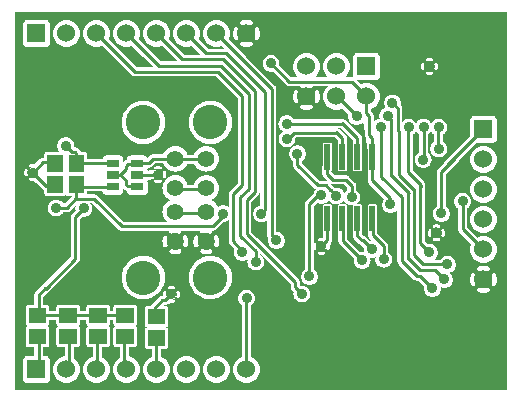
<source format=gbr>
G04 start of page 3 for group 1 idx 1 *
G04 Title: (unknown), solder *
G04 Creator: pcb 20091103 *
G04 CreationDate: Sun 10 Apr 2011 10:44:47 AM GMT UTC *
G04 For: gjhurlbu *
G04 Format: Gerber/RS-274X *
G04 PCB-Dimensions: 600000 500000 *
G04 PCB-Coordinate-Origin: lower left *
%MOIN*%
%FSLAX25Y25*%
%LNBACK*%
%ADD11C,0.0100*%
%ADD12C,0.0200*%
%ADD13C,0.0600*%
%ADD14C,0.0560*%
%ADD15C,0.1150*%
%ADD16C,0.0360*%
%ADD17R,0.0512X0.0512*%
%ADD19R,0.0200X0.0200*%
%ADD20C,0.0380*%
%ADD21C,0.0910*%
%ADD22R,0.0240X0.0240*%
G54D12*G36*
X85370Y351372D02*X85536Y351206D01*
X85370D01*
Y351372D01*
G37*
G36*
Y359272D02*X85536Y359106D01*
X86150Y358676D01*
X86634Y358450D01*
X86150Y358224D01*
X85536Y357794D01*
X85370Y357628D01*
Y359272D01*
G37*
G36*
X100000Y399676D02*X101992D01*
X109180Y392488D01*
Y363999D01*
X106546Y361365D01*
X106547Y361364D01*
X106510Y361320D01*
X106458Y361268D01*
X106416Y361208D01*
X106379Y361164D01*
X106350Y361114D01*
X106308Y361054D01*
X106277Y360989D01*
X106248Y360938D01*
X106229Y360886D01*
X106197Y360817D01*
X106177Y360741D01*
X106159Y360692D01*
X106149Y360637D01*
X106130Y360564D01*
X106123Y360489D01*
X106114Y360435D01*
Y360383D01*
X106107Y360304D01*
Y357841D01*
X106086Y357604D01*
Y356018D01*
X106026Y356078D01*
X105626Y356358D01*
X105184Y356564D01*
X104712Y356690D01*
X104226Y356733D01*
X103740Y356690D01*
X103268Y356564D01*
X102826Y356358D01*
X102550Y356165D01*
X102324Y356650D01*
X101894Y357264D01*
X101364Y357794D01*
X100750Y358224D01*
X100266Y358450D01*
X100750Y358676D01*
X101364Y359106D01*
X101894Y359636D01*
X101988Y359770D01*
X102324Y360250D01*
X102641Y360929D01*
X102835Y361653D01*
X102870Y362052D01*
X102900Y362400D01*
X102835Y363147D01*
X102641Y363871D01*
X102324Y364550D01*
X101912Y365139D01*
X101894Y365164D01*
X101364Y365694D01*
X100750Y366124D01*
X100071Y366441D01*
X100000Y366460D01*
Y368140D01*
X100071Y368159D01*
X100750Y368476D01*
X101364Y368906D01*
X101894Y369436D01*
X102324Y370050D01*
X102641Y370729D01*
X102670Y370836D01*
X102835Y371453D01*
X102900Y372200D01*
X102875Y372492D01*
X102835Y372947D01*
X102641Y373671D01*
X102324Y374350D01*
X101894Y374964D01*
X101364Y375494D01*
X101107Y375674D01*
X100750Y375924D01*
X100071Y376241D01*
X100000Y376260D01*
Y377050D01*
X101259Y377160D01*
X102480Y377487D01*
X103625Y378021D01*
X104660Y378746D01*
X105554Y379640D01*
X105777Y379958D01*
X106279Y380675D01*
X106813Y381820D01*
X107140Y383041D01*
X107250Y384300D01*
X107140Y385559D01*
X106813Y386780D01*
X106279Y387925D01*
X105554Y388960D01*
X104660Y389854D01*
X103625Y390579D01*
X103490Y390642D01*
X102480Y391113D01*
X101259Y391440D01*
X100000Y391550D01*
Y399676D01*
G37*
G36*
Y366460D02*X99347Y366635D01*
X98600Y366700D01*
X97853Y366635D01*
X97364Y366504D01*
X97129Y366441D01*
X96450Y366124D01*
X95836Y365694D01*
X95306Y365164D01*
X94876Y364550D01*
X94559Y363871D01*
X94475Y363558D01*
X92425D01*
X92341Y363871D01*
X92024Y364550D01*
X91594Y365164D01*
X91064Y365694D01*
X90450Y366124D01*
X89771Y366441D01*
X89047Y366635D01*
X88300Y366700D01*
X87553Y366635D01*
X86829Y366441D01*
X86150Y366124D01*
X85536Y365694D01*
X85370Y365528D01*
Y369072D01*
X85536Y368906D01*
X86150Y368476D01*
X86829Y368159D01*
X87553Y367965D01*
X88300Y367900D01*
X89047Y367965D01*
X89771Y368159D01*
X90450Y368476D01*
X91064Y368906D01*
X91594Y369436D01*
X92024Y370050D01*
X92229Y370489D01*
X92234Y370500D01*
X94666D01*
X94671Y370489D01*
X94876Y370050D01*
X95306Y369436D01*
X95836Y368906D01*
X96450Y368476D01*
X97129Y368159D01*
X97364Y368096D01*
X97853Y367965D01*
X98600Y367900D01*
X99347Y367965D01*
X100000Y368140D01*
Y366460D01*
G37*
G36*
X85370Y399676D02*X100000D01*
Y391550D01*
X98741Y391440D01*
X97520Y391113D01*
X97511Y391109D01*
X96375Y390579D01*
X95340Y389854D01*
X94446Y388960D01*
X93721Y387925D01*
X93187Y386780D01*
X92860Y385559D01*
X92750Y384300D01*
X92860Y383041D01*
X93187Y381820D01*
X93721Y380675D01*
X94446Y379640D01*
X95340Y378746D01*
X96375Y378021D01*
X97520Y377487D01*
X98741Y377160D01*
X100000Y377050D01*
Y376260D01*
X99347Y376435D01*
X98600Y376500D01*
X97853Y376435D01*
X97129Y376241D01*
X96450Y375924D01*
X95836Y375494D01*
X95306Y374964D01*
X94876Y374350D01*
X94559Y373671D01*
X94513Y373500D01*
X92387D01*
X92341Y373671D01*
X92024Y374350D01*
X91594Y374964D01*
X91064Y375494D01*
X90450Y375924D01*
X89771Y376241D01*
X89047Y376435D01*
X88300Y376500D01*
X87553Y376435D01*
X86829Y376241D01*
X86150Y375924D01*
X85536Y375494D01*
X85370Y375328D01*
Y399676D01*
G37*
G36*
Y408509D02*X89238Y404641D01*
X85370D01*
Y408509D01*
G37*
G36*
X143357Y357396D02*X143757Y357676D01*
X144102Y358021D01*
X144382Y358421D01*
X144439Y358544D01*
X144458Y358474D01*
X144664Y358032D01*
X144944Y357632D01*
X145289Y357287D01*
X145689Y357007D01*
X146131Y356801D01*
X146603Y356675D01*
X147089Y356632D01*
X147530Y356671D01*
X147508Y356587D01*
X147500Y356500D01*
Y349143D01*
X147496Y349120D01*
Y349068D01*
X147489Y348989D01*
Y346445D01*
X147495Y346377D01*
Y346315D01*
X147506Y346252D01*
X147512Y346185D01*
X147529Y346121D01*
X147540Y346058D01*
X147561Y346000D01*
X147579Y345932D01*
X147608Y345870D01*
X147629Y345812D01*
X147662Y345755D01*
X147690Y345695D01*
X147727Y345642D01*
X147760Y345585D01*
X147803Y345534D01*
X147840Y345481D01*
X147886Y345435D01*
X147928Y345385D01*
X149355Y343958D01*
X149405Y343916D01*
X149451Y343870D01*
X149504Y343833D01*
X149555Y343790D01*
X149612Y343757D01*
X149665Y343720D01*
X149725Y343692D01*
X149782Y343659D01*
X149840Y343638D01*
X149902Y343609D01*
X149970Y343591D01*
X150028Y343570D01*
X150091Y343559D01*
X150155Y343542D01*
X150219Y343537D01*
X150240Y343533D01*
X151151Y342622D01*
X151127Y342533D01*
X151084Y342047D01*
X151120Y341635D01*
X151127Y341561D01*
X151253Y341089D01*
X151275Y341041D01*
X151073Y341095D01*
X150587Y341138D01*
X150101Y341095D01*
X150000Y341068D01*
X145658Y345410D01*
Y348842D01*
X145652Y348910D01*
Y348973D01*
X145641Y349035D01*
X145635Y349102D01*
X145617Y349171D01*
X145606Y349231D01*
X145587Y349283D01*
X145568Y349355D01*
X145537Y349422D01*
X145517Y349476D01*
X145500Y349505D01*
Y356500D01*
X145492Y356587D01*
X145470Y356671D01*
X145438Y356740D01*
X145433Y356750D01*
X145383Y356821D01*
X145321Y356883D01*
X145250Y356933D01*
X145171Y356970D01*
X145087Y356992D01*
X145000Y357000D01*
X143357D01*
Y357396D01*
G37*
G36*
Y363658D02*X144556D01*
X145609Y362605D01*
Y361801D01*
X145289Y361577D01*
X144944Y361232D01*
X144664Y360832D01*
X144607Y360709D01*
X144588Y360779D01*
X144382Y361221D01*
X144102Y361621D01*
X143757Y361966D01*
X143357Y362246D01*
Y363658D01*
G37*
G36*
X194613Y421000D02*X199000D01*
Y295000D01*
X194613D01*
Y329860D01*
X194708Y329882D01*
X194829Y329933D01*
X194938Y330005D01*
X195034Y330094D01*
X195113Y330198D01*
X195172Y330315D01*
X195314Y330722D01*
X195417Y331142D01*
X195479Y331569D01*
X195500Y332000D01*
X195479Y332432D01*
X195417Y332859D01*
X195314Y333279D01*
X195172Y333686D01*
X195171D01*
X195112Y333802D01*
X195033Y333907D01*
X194937Y333996D01*
X194828Y334067D01*
X194707Y334118D01*
X194613Y334139D01*
Y339344D01*
X194897Y339750D01*
X195229Y340461D01*
X195432Y341219D01*
X195500Y342000D01*
X195432Y342781D01*
X195229Y343539D01*
X194897Y344250D01*
X194613Y344656D01*
Y349344D01*
X194897Y349750D01*
X195229Y350461D01*
X195432Y351219D01*
X195500Y352000D01*
X195432Y352781D01*
X195229Y353539D01*
X194897Y354250D01*
X194613Y354656D01*
Y359344D01*
X194897Y359750D01*
X195229Y360461D01*
X195432Y361219D01*
X195500Y362000D01*
X195432Y362781D01*
X195229Y363539D01*
X194897Y364250D01*
X194613Y364656D01*
Y369344D01*
X194897Y369750D01*
X195229Y370461D01*
X195432Y371219D01*
X195500Y372000D01*
X195432Y372781D01*
X195229Y373539D01*
X194897Y374250D01*
X194613Y374656D01*
Y377637D01*
X194750Y377701D01*
X194964Y377851D01*
X195149Y378036D01*
X195299Y378250D01*
X195410Y378487D01*
X195477Y378740D01*
X195500Y379000D01*
Y385000D01*
X195477Y385260D01*
X195410Y385513D01*
X195299Y385750D01*
X195149Y385964D01*
X194964Y386149D01*
X194750Y386299D01*
X194613Y386363D01*
Y421000D01*
G37*
G36*
Y374656D02*X194447Y374893D01*
X193893Y375447D01*
X193250Y375897D01*
X192539Y376229D01*
X191781Y376432D01*
X191000Y376500D01*
Y377500D01*
X194000D01*
X194260Y377523D01*
X194513Y377590D01*
X194613Y377637D01*
Y374656D01*
G37*
G36*
Y364656D02*X194447Y364893D01*
X193893Y365447D01*
X193250Y365897D01*
X192539Y366229D01*
X191781Y366432D01*
X191000Y366500D01*
Y367500D01*
X191781Y367568D01*
X192539Y367771D01*
X193250Y368103D01*
X193893Y368553D01*
X194447Y369107D01*
X194613Y369344D01*
Y364656D01*
G37*
G36*
Y354656D02*X194447Y354893D01*
X193893Y355447D01*
X193250Y355897D01*
X192539Y356229D01*
X191781Y356432D01*
X191000Y356500D01*
Y357500D01*
X191781Y357568D01*
X192539Y357771D01*
X193250Y358103D01*
X193893Y358553D01*
X194447Y359107D01*
X194613Y359344D01*
Y354656D01*
G37*
G36*
Y344656D02*X194447Y344893D01*
X193893Y345447D01*
X193250Y345897D01*
X192539Y346229D01*
X191781Y346432D01*
X191000Y346500D01*
Y347500D01*
X191781Y347568D01*
X192539Y347771D01*
X193250Y348103D01*
X193893Y348553D01*
X194447Y349107D01*
X194613Y349344D01*
Y344656D01*
G37*
G36*
Y295000D02*X191000D01*
Y327500D01*
X191431Y327521D01*
X191858Y327583D01*
X192278Y327686D01*
X192685Y327828D01*
Y327829D01*
X192801Y327888D01*
X192906Y327967D01*
X192995Y328063D01*
X193066Y328172D01*
X193117Y328293D01*
X193146Y328420D01*
X193153Y328550D01*
X193137Y328680D01*
X193099Y328805D01*
X193040Y328921D01*
X192961Y329026D01*
X192865Y329115D01*
X192756Y329186D01*
X192635Y329237D01*
X192508Y329266D01*
X192378Y329273D01*
X192248Y329257D01*
X192123Y329219D01*
X191852Y329124D01*
X191572Y329056D01*
X191287Y329014D01*
X191000Y329000D01*
Y335000D01*
X191287Y334987D01*
X191572Y334945D01*
X191852Y334877D01*
X192123Y334782D01*
Y334781D01*
X192248Y334743D01*
X192378Y334727D01*
X192509Y334734D01*
X192636Y334763D01*
X192757Y334814D01*
X192866Y334886D01*
X192962Y334975D01*
X193041Y335079D01*
X193100Y335196D01*
X193138Y335321D01*
X193154Y335451D01*
X193147Y335582D01*
X193118Y335709D01*
X193067Y335830D01*
X192995Y335939D01*
X192906Y336035D01*
X192802Y336114D01*
X192685Y336173D01*
X192278Y336315D01*
X191858Y336418D01*
X191431Y336480D01*
X191000Y336500D01*
Y337500D01*
X191781Y337568D01*
X192539Y337771D01*
X193250Y338103D01*
X193893Y338553D01*
X194447Y339107D01*
X194613Y339344D01*
Y334139D01*
X194580Y334147D01*
X194450Y334154D01*
X194320Y334138D01*
X194195Y334100D01*
X194079Y334041D01*
X193974Y333962D01*
X193885Y333866D01*
X193814Y333757D01*
X193763Y333636D01*
X193734Y333509D01*
X193727Y333379D01*
X193743Y333249D01*
X193781Y333124D01*
X193876Y332853D01*
X193944Y332573D01*
X193986Y332288D01*
X194000Y332000D01*
X193986Y331713D01*
X193944Y331428D01*
X193876Y331148D01*
X193781Y330877D01*
X193780D01*
X193742Y330752D01*
X193726Y330622D01*
X193733Y330491D01*
X193762Y330364D01*
X193813Y330243D01*
X193885Y330134D01*
X193974Y330038D01*
X194078Y329959D01*
X194195Y329900D01*
X194320Y329862D01*
X194450Y329846D01*
X194581Y329853D01*
X194613Y329860D01*
Y295000D01*
G37*
G36*
X191000Y421000D02*X194613D01*
Y386363D01*
X194513Y386410D01*
X194260Y386477D01*
X194000Y386500D01*
X191000D01*
Y421000D01*
G37*
G36*
X187387Y349344D02*X187553Y349107D01*
X188107Y348553D01*
X188750Y348103D01*
X189461Y347771D01*
X190219Y347568D01*
X191000Y347500D01*
Y346500D01*
X190219Y346432D01*
X189461Y346229D01*
X188882Y345958D01*
X187387Y347453D01*
Y349344D01*
G37*
G36*
Y359344D02*X187553Y359107D01*
X188107Y358553D01*
X188750Y358103D01*
X189461Y357771D01*
X190219Y357568D01*
X191000Y357500D01*
Y356500D01*
X190219Y356432D01*
X189461Y356229D01*
X188750Y355897D01*
X188107Y355447D01*
X187553Y354893D01*
X187387Y354656D01*
Y359344D01*
G37*
G36*
Y369344D02*X187553Y369107D01*
X188107Y368553D01*
X188750Y368103D01*
X189461Y367771D01*
X190219Y367568D01*
X191000Y367500D01*
Y366500D01*
X190219Y366432D01*
X189461Y366229D01*
X188750Y365897D01*
X188107Y365447D01*
X187553Y364893D01*
X187387Y364656D01*
Y369344D01*
G37*
G36*
Y376267D02*X188620Y377500D01*
X191000D01*
Y376500D01*
X190219Y376432D01*
X189461Y376229D01*
X188750Y375897D01*
X188107Y375447D01*
X187553Y374893D01*
X187387Y374656D01*
Y376267D01*
G37*
G36*
X191000Y295000D02*X187387D01*
Y329861D01*
X187419Y329854D01*
X187549Y329847D01*
X187679Y329863D01*
X187804Y329901D01*
X187920Y329960D01*
X188025Y330039D01*
X188114Y330135D01*
X188185Y330244D01*
X188236Y330365D01*
X188265Y330492D01*
X188272Y330622D01*
X188256Y330752D01*
X188218Y330877D01*
X188123Y331148D01*
X188055Y331428D01*
X188013Y331713D01*
X188000Y332001D01*
X188013Y332288D01*
X188055Y332573D01*
X188123Y332853D01*
X188218Y333124D01*
X188219D01*
X188257Y333249D01*
X188273Y333379D01*
X188266Y333510D01*
X188237Y333637D01*
X188186Y333758D01*
X188114Y333867D01*
X188025Y333963D01*
X187921Y334042D01*
X187804Y334101D01*
X187679Y334139D01*
X187549Y334155D01*
X187418Y334148D01*
X187387Y334141D01*
Y339344D01*
X187553Y339107D01*
X188107Y338553D01*
X188750Y338103D01*
X189461Y337771D01*
X190219Y337568D01*
X191000Y337500D01*
Y336500D01*
X190568Y336480D01*
X190141Y336418D01*
X189721Y336315D01*
X189314Y336173D01*
Y336172D01*
X189198Y336113D01*
X189093Y336034D01*
X189004Y335938D01*
X188933Y335829D01*
X188882Y335708D01*
X188853Y335581D01*
X188846Y335451D01*
X188862Y335321D01*
X188900Y335196D01*
X188959Y335080D01*
X189038Y334975D01*
X189134Y334886D01*
X189243Y334815D01*
X189364Y334764D01*
X189491Y334735D01*
X189621Y334728D01*
X189751Y334744D01*
X189876Y334782D01*
X190147Y334877D01*
X190427Y334945D01*
X190712Y334987D01*
X191000Y335000D01*
Y329000D01*
X190999D01*
X190712Y329014D01*
X190427Y329056D01*
X190147Y329124D01*
X189876Y329219D01*
Y329220D01*
X189751Y329258D01*
X189621Y329274D01*
X189490Y329267D01*
X189363Y329238D01*
X189242Y329187D01*
X189133Y329115D01*
X189037Y329026D01*
X188958Y328922D01*
X188899Y328805D01*
X188861Y328680D01*
X188845Y328550D01*
X188852Y328419D01*
X188881Y328292D01*
X188932Y328171D01*
X189004Y328062D01*
X189093Y327966D01*
X189197Y327887D01*
X189314Y327828D01*
X189721Y327686D01*
X190141Y327583D01*
X190568Y327521D01*
X190999Y327500D01*
X191000D01*
Y295000D01*
G37*
G36*
X187387D02*X177545D01*
Y329240D01*
X178000Y329200D01*
X178486Y329243D01*
X178958Y329369D01*
X179400Y329575D01*
X179800Y329855D01*
X180145Y330200D01*
X180425Y330600D01*
X180631Y331042D01*
X180757Y331514D01*
X180800Y332000D01*
X180757Y332486D01*
X180631Y332958D01*
X180425Y333400D01*
X180145Y333800D01*
X179800Y334145D01*
X179612Y334277D01*
X179958Y334369D01*
X180400Y334575D01*
X180800Y334855D01*
X181145Y335200D01*
X181425Y335600D01*
X181631Y336042D01*
X181757Y336514D01*
X181800Y337000D01*
X181757Y337486D01*
X181631Y337958D01*
X181425Y338400D01*
X181145Y338800D01*
X180800Y339145D01*
X180400Y339425D01*
X179958Y339631D01*
X179486Y339757D01*
X179000Y339800D01*
X178514Y339757D01*
X178042Y339631D01*
X177600Y339425D01*
X177545Y339387D01*
Y346262D01*
X177562Y346263D01*
X177646Y346286D01*
X177725Y346323D01*
X177797Y346373D01*
X177858Y346435D01*
X177908Y346506D01*
X177945Y346585D01*
X178018Y346818D01*
X178071Y347056D01*
X178103Y347298D01*
X178114Y347542D01*
X178103Y347787D01*
X178071Y348029D01*
X178018Y348267D01*
X177945Y348500D01*
X177908Y348579D01*
X177858Y348650D01*
X177797Y348712D01*
X177725Y348762D01*
X177646Y348799D01*
X177562Y348822D01*
X177545Y348823D01*
Y351267D01*
X177920Y351367D01*
X178182Y351489D01*
X178362Y351573D01*
X178762Y351853D01*
X179107Y352198D01*
X179387Y352598D01*
X179593Y353040D01*
X179719Y353512D01*
X179762Y353998D01*
X179719Y354484D01*
X179593Y354956D01*
X179387Y355398D01*
X179107Y355798D01*
X178762Y356143D01*
X178462Y356353D01*
Y367252D01*
X182693Y371483D01*
X182694Y371482D01*
X182862Y371682D01*
X182944Y371824D01*
X187387Y376267D01*
Y374656D01*
X187103Y374250D01*
X186771Y373539D01*
X186568Y372781D01*
X186500Y372000D01*
X186568Y371219D01*
X186771Y370461D01*
X187103Y369750D01*
X187387Y369344D01*
Y364656D01*
X187103Y364250D01*
X186771Y363539D01*
X186568Y362781D01*
X186500Y362000D01*
X186568Y361219D01*
X186771Y360461D01*
X187103Y359750D01*
X187387Y359344D01*
Y354656D01*
X187103Y354250D01*
X186771Y353539D01*
X186568Y352781D01*
X186500Y352000D01*
X186568Y351219D01*
X186771Y350461D01*
X187103Y349750D01*
X187387Y349344D01*
Y347453D01*
X185524Y349316D01*
Y355737D01*
X185824Y355947D01*
X186169Y356292D01*
X186449Y356692D01*
X186655Y357134D01*
X186781Y357606D01*
X186824Y358092D01*
X186781Y358578D01*
X186655Y359050D01*
X186449Y359492D01*
X186169Y359892D01*
X185824Y360237D01*
X185424Y360517D01*
X184982Y360723D01*
X184510Y360849D01*
X184024Y360892D01*
X183538Y360849D01*
X183066Y360723D01*
X182624Y360517D01*
X182224Y360237D01*
X181879Y359892D01*
X181599Y359492D01*
X181393Y359050D01*
X181267Y358578D01*
X181224Y358092D01*
X181267Y357606D01*
X181393Y357134D01*
X181599Y356692D01*
X181879Y356292D01*
X182224Y355947D01*
X182524Y355737D01*
Y348695D01*
X182530Y348627D01*
Y348565D01*
X182541Y348502D01*
X182547Y348435D01*
X182564Y348371D01*
X182575Y348308D01*
X182596Y348250D01*
X182614Y348182D01*
X182643Y348120D01*
X182664Y348062D01*
X182697Y348005D01*
X182725Y347945D01*
X182762Y347892D01*
X182795Y347835D01*
X182838Y347784D01*
X182875Y347731D01*
X182921Y347685D01*
X182963Y347635D01*
X186863Y343735D01*
X186771Y343539D01*
X186568Y342781D01*
X186500Y342000D01*
X186568Y341219D01*
X186771Y340461D01*
X187103Y339750D01*
X187387Y339344D01*
Y334141D01*
X187291Y334119D01*
X187170Y334068D01*
X187061Y333996D01*
X186965Y333907D01*
X186886Y333803D01*
X186827Y333686D01*
X186685Y333279D01*
X186582Y332859D01*
X186520Y332432D01*
X186500Y332001D01*
X186520Y331569D01*
X186582Y331142D01*
X186685Y330722D01*
X186827Y330315D01*
X186828D01*
X186887Y330199D01*
X186966Y330094D01*
X187062Y330005D01*
X187171Y329934D01*
X187292Y329883D01*
X187387Y329861D01*
Y295000D01*
G37*
G36*
X177545Y421000D02*X191000D01*
Y386500D01*
X188000D01*
X187740Y386477D01*
X187487Y386410D01*
X187250Y386299D01*
X187036Y386149D01*
X186851Y385964D01*
X186701Y385750D01*
X186590Y385513D01*
X186523Y385260D01*
X186500Y385000D01*
Y379622D01*
X177939Y371061D01*
X177940Y371060D01*
X177772Y370860D01*
X177695Y370727D01*
X177545Y370577D01*
Y373144D01*
X177864Y373367D01*
X178209Y373712D01*
X178489Y374112D01*
X178695Y374554D01*
X178821Y375026D01*
X178864Y375512D01*
X178821Y375998D01*
X178695Y376470D01*
X178489Y376912D01*
X178209Y377312D01*
X177864Y377657D01*
X177545Y377880D01*
Y380378D01*
X177864Y380601D01*
X178209Y380946D01*
X178489Y381346D01*
X178695Y381788D01*
X178821Y382260D01*
X178864Y382746D01*
X178821Y383232D01*
X178695Y383704D01*
X178489Y384146D01*
X178209Y384546D01*
X177864Y384891D01*
X177545Y385114D01*
Y421000D01*
G37*
G36*
Y377880D02*X177500Y377912D01*
Y380346D01*
X177545Y380378D01*
Y377880D01*
G37*
G36*
Y370577D02*X175901Y368933D01*
X175902Y368932D01*
X175865Y368888D01*
X175813Y368836D01*
X175771Y368776D01*
X175734Y368732D01*
X175705Y368682D01*
X175663Y368622D01*
X175633Y368558D01*
X175603Y368506D01*
X175583Y368451D01*
X175552Y368385D01*
X175533Y368312D01*
X175514Y368260D01*
X175504Y368205D01*
X175485Y368132D01*
X175478Y368057D01*
X175469Y368003D01*
Y367951D01*
X175462Y367872D01*
Y356353D01*
X175314Y356249D01*
Y372825D01*
X175578Y372755D01*
X176064Y372712D01*
X176550Y372755D01*
X177022Y372881D01*
X177464Y373087D01*
X177545Y373144D01*
Y370577D01*
G37*
G36*
Y339387D02*X177200Y339145D01*
X176855Y338800D01*
X176645Y338500D01*
X175314D01*
Y339441D01*
X175425Y339600D01*
X175631Y340042D01*
X175757Y340514D01*
X175800Y341000D01*
X175757Y341486D01*
X175631Y341958D01*
X175425Y342400D01*
X175314Y342559D01*
Y344742D01*
X175558Y344753D01*
X175800Y344785D01*
X176038Y344838D01*
X176271Y344911D01*
X176350Y344948D01*
X176421Y344998D01*
X176483Y345059D01*
X176533Y345131D01*
X176570Y345210D01*
X176593Y345294D01*
X176600Y345381D01*
X176593Y345468D01*
X176570Y345552D01*
X176533Y345631D01*
X176483Y345702D01*
X176422Y345764D01*
X176350Y345814D01*
X176271Y345851D01*
X176187Y345874D01*
X176100Y345881D01*
X176013Y345874D01*
X175929Y345851D01*
X175779Y345804D01*
X175626Y345770D01*
X175470Y345749D01*
X175314Y345742D01*
Y349342D01*
X175470Y349336D01*
X175626Y349315D01*
X175779Y349281D01*
X175929Y349234D01*
X176013Y349211D01*
X176100Y349204D01*
X176187Y349211D01*
X176271Y349234D01*
X176350Y349271D01*
X176422Y349321D01*
X176483Y349383D01*
X176533Y349454D01*
X176570Y349533D01*
X176593Y349617D01*
X176600Y349704D01*
X176593Y349791D01*
X176570Y349875D01*
X176533Y349954D01*
X176483Y350026D01*
X176421Y350087D01*
X176350Y350137D01*
X176271Y350174D01*
X176038Y350247D01*
X175800Y350300D01*
X175558Y350332D01*
X175314Y350342D01*
Y351747D01*
X175562Y351573D01*
X176004Y351367D01*
X176476Y351241D01*
X176962Y351198D01*
X177448Y351241D01*
X177545Y351267D01*
Y348823D01*
X177475Y348829D01*
X177388Y348822D01*
X177304Y348799D01*
X177225Y348762D01*
X177154Y348712D01*
X177092Y348651D01*
X177042Y348579D01*
X177005Y348500D01*
X176982Y348416D01*
X176975Y348329D01*
X176982Y348242D01*
X177005Y348158D01*
X177052Y348008D01*
X177086Y347855D01*
X177107Y347699D01*
X177114Y347542D01*
X177107Y347386D01*
X177086Y347230D01*
X177052Y347077D01*
X177005Y346927D01*
X176982Y346843D01*
X176975Y346756D01*
X176982Y346669D01*
X177005Y346585D01*
X177042Y346506D01*
X177092Y346434D01*
X177154Y346373D01*
X177225Y346323D01*
X177304Y346286D01*
X177388Y346263D01*
X177475Y346256D01*
X177545Y346262D01*
Y339387D01*
G37*
G36*
Y295000D02*X175314D01*
Y326535D01*
X175400Y326575D01*
X175800Y326855D01*
X176145Y327200D01*
X176425Y327600D01*
X176631Y328042D01*
X176757Y328514D01*
X176800Y329000D01*
X176757Y329486D01*
X176752Y329504D01*
X177042Y329369D01*
X177514Y329243D01*
X177545Y329240D01*
Y295000D01*
G37*
G36*
X175314Y421000D02*X177545D01*
Y385114D01*
X177464Y385171D01*
X177022Y385377D01*
X176550Y385503D01*
X176064Y385546D01*
X175578Y385503D01*
X175314Y385433D01*
Y401739D01*
X175332Y401744D01*
X175411Y401781D01*
X175483Y401831D01*
X175544Y401893D01*
X175594Y401964D01*
X175631Y402043D01*
X175704Y402276D01*
X175757Y402514D01*
X175789Y402756D01*
X175800Y403000D01*
X175789Y403245D01*
X175757Y403487D01*
X175704Y403725D01*
X175631Y403958D01*
X175594Y404037D01*
X175544Y404108D01*
X175483Y404170D01*
X175411Y404220D01*
X175332Y404257D01*
X175314Y404262D01*
Y421000D01*
G37*
G36*
Y342559D02*X175145Y342800D01*
X174800Y343145D01*
X174400Y343425D01*
X173958Y343631D01*
X173490Y343756D01*
X173486Y343757D01*
X173083Y343793D01*
Y346262D01*
X173152Y346256D01*
X173239Y346263D01*
X173323Y346286D01*
X173402Y346323D01*
X173473Y346373D01*
X173535Y346434D01*
X173585Y346506D01*
X173622Y346585D01*
X173645Y346669D01*
X173652Y346756D01*
X173645Y346843D01*
X173622Y346927D01*
X173575Y347077D01*
X173541Y347230D01*
X173520Y347386D01*
X173514Y347543D01*
X173520Y347699D01*
X173541Y347855D01*
X173575Y348008D01*
X173622Y348158D01*
X173645Y348242D01*
X173652Y348329D01*
X173645Y348416D01*
X173622Y348500D01*
X173585Y348579D01*
X173535Y348651D01*
X173473Y348712D01*
X173402Y348762D01*
X173323Y348799D01*
X173239Y348822D01*
X173152Y348829D01*
X173083Y348823D01*
Y370194D01*
X173322Y370535D01*
X173528Y370977D01*
X173654Y371449D01*
X173697Y371935D01*
X173654Y372421D01*
X173528Y372893D01*
X173322Y373335D01*
X173083Y373676D01*
Y380908D01*
X173201Y381026D01*
X173481Y381426D01*
X173541Y381556D01*
X173639Y381346D01*
X173919Y380946D01*
X174264Y380601D01*
X174500Y380436D01*
Y377822D01*
X174264Y377657D01*
X173919Y377312D01*
X173639Y376912D01*
X173433Y376470D01*
X173307Y375998D01*
X173264Y375512D01*
X173307Y375026D01*
X173433Y374554D01*
X173639Y374112D01*
X173919Y373712D01*
X174264Y373367D01*
X174664Y373087D01*
X175106Y372881D01*
X175314Y372825D01*
Y356249D01*
X175162Y356143D01*
X174817Y355798D01*
X174537Y355398D01*
X174331Y354956D01*
X174205Y354484D01*
X174162Y353998D01*
X174205Y353512D01*
X174331Y353040D01*
X174537Y352598D01*
X174817Y352198D01*
X175162Y351853D01*
X175314Y351747D01*
Y350342D01*
X175069Y350332D01*
X174827Y350300D01*
X174589Y350247D01*
X174356Y350174D01*
X174277Y350137D01*
X174206Y350087D01*
X174144Y350026D01*
X174094Y349954D01*
X174057Y349875D01*
X174034Y349791D01*
X174027Y349704D01*
X174034Y349617D01*
X174057Y349533D01*
X174094Y349454D01*
X174144Y349383D01*
X174205Y349321D01*
X174277Y349271D01*
X174356Y349234D01*
X174440Y349211D01*
X174527Y349204D01*
X174614Y349211D01*
X174698Y349234D01*
X174848Y349281D01*
X175001Y349315D01*
X175157Y349336D01*
X175314Y349342D01*
Y345742D01*
X175313D01*
X175157Y345749D01*
X175001Y345770D01*
X174848Y345804D01*
X174698Y345851D01*
X174614Y345874D01*
X174527Y345881D01*
X174440Y345874D01*
X174356Y345851D01*
X174277Y345814D01*
X174205Y345764D01*
X174144Y345702D01*
X174094Y345631D01*
X174057Y345552D01*
X174034Y345468D01*
X174027Y345381D01*
X174034Y345294D01*
X174057Y345210D01*
X174094Y345131D01*
X174144Y345059D01*
X174206Y344998D01*
X174277Y344948D01*
X174356Y344911D01*
X174589Y344838D01*
X174827Y344785D01*
X175069Y344753D01*
X175313Y344742D01*
X175314D01*
Y342559D01*
G37*
G36*
Y338500D02*X174239D01*
X174400Y338575D01*
X174800Y338855D01*
X175145Y339200D01*
X175314Y339441D01*
Y338500D01*
G37*
G36*
Y295000D02*X173083D01*
Y326358D01*
X173514Y326243D01*
X174000Y326200D01*
X174486Y326243D01*
X174958Y326369D01*
X175314Y326535D01*
Y295000D01*
G37*
G36*
X173083Y421000D02*X175314D01*
Y404262D01*
X175248Y404280D01*
X175161Y404287D01*
X175074Y404280D01*
X174990Y404257D01*
X174911Y404220D01*
X174840Y404170D01*
X174778Y404109D01*
X174728Y404037D01*
X174691Y403958D01*
X174668Y403874D01*
X174661Y403787D01*
X174668Y403700D01*
X174691Y403616D01*
X174738Y403466D01*
X174772Y403313D01*
X174793Y403157D01*
X174800Y403000D01*
X174793Y402844D01*
X174772Y402688D01*
X174738Y402535D01*
X174691Y402385D01*
X174668Y402301D01*
X174661Y402214D01*
X174668Y402127D01*
X174691Y402043D01*
X174728Y401964D01*
X174778Y401892D01*
X174840Y401831D01*
X174911Y401781D01*
X174990Y401744D01*
X175074Y401721D01*
X175161Y401714D01*
X175248Y401721D01*
X175314Y401739D01*
Y385433D01*
X175106Y385377D01*
X174664Y385171D01*
X174264Y384891D01*
X173919Y384546D01*
X173639Y384146D01*
X173579Y384016D01*
X173481Y384226D01*
X173201Y384626D01*
X173083Y384744D01*
Y400204D01*
X173244Y400211D01*
X173486Y400243D01*
X173724Y400296D01*
X173957Y400369D01*
X174036Y400406D01*
X174107Y400456D01*
X174162Y400510D01*
X174169Y400517D01*
X174219Y400589D01*
X174256Y400668D01*
X174279Y400752D01*
X174286Y400839D01*
X174279Y400926D01*
X174256Y401010D01*
X174219Y401089D01*
X174169Y401160D01*
X174108Y401222D01*
X174036Y401272D01*
X173957Y401309D01*
X173873Y401332D01*
X173786Y401339D01*
X173699Y401332D01*
X173615Y401309D01*
X173465Y401262D01*
X173312Y401228D01*
X173156Y401207D01*
X173083Y401204D01*
Y404797D01*
X173156Y404794D01*
X173312Y404773D01*
X173465Y404739D01*
X173615Y404692D01*
X173699Y404669D01*
X173786Y404662D01*
X173873Y404669D01*
X173957Y404692D01*
X174036Y404729D01*
X174108Y404779D01*
X174169Y404841D01*
X174219Y404912D01*
X174256Y404991D01*
X174279Y405075D01*
X174286Y405162D01*
X174279Y405249D01*
X174256Y405333D01*
X174219Y405412D01*
X174169Y405484D01*
X174107Y405545D01*
X174036Y405595D01*
X173957Y405632D01*
X173724Y405705D01*
X173486Y405758D01*
X173244Y405790D01*
X173083Y405797D01*
Y421000D01*
G37*
G36*
Y373676D02*X173042Y373735D01*
X172697Y374080D01*
X172556Y374179D01*
Y380471D01*
X172856Y380681D01*
X173083Y380908D01*
Y373676D01*
G37*
G36*
Y343793D02*X173000Y343800D01*
X172514Y343757D01*
X172396Y343725D01*
X171500Y344621D01*
Y362702D01*
X171522Y362951D01*
Y363588D01*
X171516Y363656D01*
Y363719D01*
X171505Y363781D01*
X171499Y363848D01*
X171481Y363917D01*
X171470Y363977D01*
X171451Y364030D01*
X171432Y364101D01*
X171403Y364162D01*
X171402Y364163D01*
X171401Y364166D01*
X171381Y364222D01*
X171351Y364275D01*
X171321Y364338D01*
X171284Y364391D01*
X171250Y364449D01*
X171209Y364498D01*
X171171Y364552D01*
X171124Y364599D01*
X171082Y364649D01*
X167468Y368263D01*
Y380336D01*
X167847Y380601D01*
X168192Y380946D01*
X168472Y381346D01*
X168570Y381557D01*
X168631Y381426D01*
X168911Y381026D01*
X169256Y380681D01*
X169556Y380471D01*
Y374387D01*
X169497Y374360D01*
X169097Y374080D01*
X168752Y373735D01*
X168472Y373335D01*
X168266Y372893D01*
X168140Y372421D01*
X168097Y371935D01*
X168140Y371449D01*
X168266Y370977D01*
X168472Y370535D01*
X168752Y370135D01*
X169097Y369790D01*
X169497Y369510D01*
X169511Y369503D01*
X169939Y369304D01*
X170411Y369178D01*
X170897Y369135D01*
X171383Y369178D01*
X171511Y369212D01*
X171855Y369304D01*
X172297Y369510D01*
X172697Y369790D01*
X173042Y370135D01*
X173083Y370194D01*
Y348823D01*
X173065Y348822D01*
X172981Y348799D01*
X172902Y348762D01*
X172830Y348712D01*
X172769Y348650D01*
X172719Y348579D01*
X172682Y348500D01*
X172609Y348267D01*
X172556Y348029D01*
X172524Y347787D01*
X172514Y347543D01*
X172524Y347298D01*
X172556Y347056D01*
X172609Y346818D01*
X172682Y346585D01*
X172719Y346506D01*
X172769Y346435D01*
X172830Y346373D01*
X172902Y346323D01*
X172981Y346286D01*
X173065Y346263D01*
X173083Y346262D01*
Y343793D01*
G37*
G36*
Y295000D02*X143357D01*
Y343469D01*
X147866Y338960D01*
X147830Y338824D01*
X147787Y338338D01*
X147830Y337852D01*
X147956Y337380D01*
X148162Y336938D01*
X148442Y336538D01*
X148787Y336193D01*
X149187Y335913D01*
X149629Y335707D01*
X150101Y335581D01*
X150587Y335538D01*
X151073Y335581D01*
X151545Y335707D01*
X151987Y335913D01*
X152387Y336193D01*
X152732Y336538D01*
X153012Y336938D01*
X153218Y337380D01*
X153344Y337852D01*
X153387Y338338D01*
X153344Y338824D01*
X153218Y339296D01*
X153196Y339344D01*
X153398Y339290D01*
X153884Y339247D01*
X154370Y339290D01*
X154842Y339416D01*
X155046Y339511D01*
X155040Y339489D01*
X154973Y339236D01*
X154930Y338750D01*
X154973Y338264D01*
X155099Y337792D01*
X155240Y337489D01*
X155305Y337350D01*
X155585Y336950D01*
X155930Y336605D01*
X156330Y336325D01*
X156772Y336119D01*
X157244Y335993D01*
X157730Y335950D01*
X158216Y335993D01*
X158688Y336119D01*
X159130Y336325D01*
X159530Y336605D01*
X159875Y336950D01*
X160155Y337350D01*
X160361Y337792D01*
X160487Y338264D01*
X160530Y338750D01*
X160487Y339236D01*
X160361Y339708D01*
X160155Y340150D01*
X159875Y340550D01*
X159530Y340895D01*
X159230Y341105D01*
Y342994D01*
X159224Y343062D01*
Y343125D01*
X159213Y343187D01*
X159207Y343254D01*
X159189Y343323D01*
X159178Y343383D01*
X159159Y343435D01*
X159140Y343507D01*
X159108Y343574D01*
X159089Y343628D01*
X159059Y343680D01*
X159029Y343744D01*
X158989Y343800D01*
X158958Y343855D01*
X158917Y343904D01*
X158879Y343958D01*
X158832Y344005D01*
X158790Y344055D01*
X155549Y347296D01*
Y348951D01*
X155543Y349019D01*
Y349082D01*
X155532Y349144D01*
X155526Y349211D01*
X155508Y349280D01*
X155500Y349323D01*
Y356500D01*
X155492Y356587D01*
X155470Y356671D01*
X155433Y356750D01*
X155383Y356821D01*
X155321Y356883D01*
X155250Y356933D01*
X155171Y356970D01*
X155087Y356992D01*
X155000Y357000D01*
X153000D01*
X152913Y356992D01*
X152829Y356970D01*
X152750Y356933D01*
X152679Y356883D01*
X152617Y356821D01*
X152567Y356750D01*
X152530Y356671D01*
X152508Y356587D01*
X152500Y356500D01*
Y348000D01*
X152508Y347913D01*
X152530Y347829D01*
X152549Y347788D01*
Y346675D01*
X152555Y346607D01*
Y346545D01*
X152566Y346482D01*
X152572Y346415D01*
X152589Y346351D01*
X152600Y346288D01*
X152621Y346230D01*
X152639Y346162D01*
X152668Y346100D01*
X152689Y346042D01*
X152722Y345985D01*
X152750Y345925D01*
X152787Y345872D01*
X152820Y345815D01*
X152863Y345764D01*
X152900Y345711D01*
X152946Y345665D01*
X152988Y345615D01*
X153766Y344837D01*
X153398Y344804D01*
X153250Y344765D01*
X151936Y346079D01*
X151886Y346121D01*
X151839Y346168D01*
X151785Y346206D01*
X151736Y346247D01*
X151681Y346278D01*
X151625Y346318D01*
X151561Y346348D01*
X151509Y346378D01*
X151455Y346397D01*
X151388Y346429D01*
X151316Y346448D01*
X151264Y346467D01*
X151204Y346478D01*
X151135Y346496D01*
X151068Y346502D01*
X151050Y346505D01*
X150489Y347066D01*
Y347902D01*
X150492Y347913D01*
X150500Y348000D01*
Y356500D01*
X150492Y356587D01*
X150470Y356671D01*
X150433Y356750D01*
X150383Y356821D01*
X150321Y356883D01*
X150250Y356933D01*
X150171Y356970D01*
X150087Y356992D01*
X150000Y357000D01*
X148474D01*
X148489Y357007D01*
X148889Y357287D01*
X149234Y357632D01*
X149514Y358032D01*
X149720Y358474D01*
X149846Y358946D01*
X149889Y359432D01*
X149846Y359918D01*
X149720Y360390D01*
X149514Y360832D01*
X149234Y361232D01*
X148889Y361577D01*
X148609Y361773D01*
Y363226D01*
X148603Y363294D01*
Y363357D01*
X148592Y363420D01*
X148586Y363486D01*
X148568Y363555D01*
X148557Y363615D01*
X148538Y363668D01*
X148519Y363739D01*
X148488Y363806D01*
X148468Y363860D01*
X148438Y363912D01*
X148408Y363976D01*
X148369Y364032D01*
X148337Y364087D01*
X148293Y364140D01*
X148258Y364190D01*
X148212Y364236D01*
X148169Y364287D01*
X146238Y366218D01*
X146188Y366260D01*
X146141Y366307D01*
X146091Y366342D01*
X146038Y366386D01*
X145983Y366418D01*
X145927Y366457D01*
X145863Y366487D01*
X145811Y366517D01*
X145757Y366537D01*
X145690Y366568D01*
X145619Y366587D01*
X145566Y366606D01*
X145506Y366617D01*
X145437Y366635D01*
X145371Y366641D01*
X145308Y366652D01*
X145245D01*
X145177Y366658D01*
X143357D01*
Y368000D01*
X145000D01*
X145087Y368008D01*
X145171Y368030D01*
X145250Y368067D01*
X145321Y368117D01*
X145383Y368179D01*
X145433Y368250D01*
X145470Y368329D01*
X145492Y368413D01*
X145500Y368500D01*
Y379000D01*
X145494Y379068D01*
Y379131D01*
X145483Y379194D01*
X145477Y379260D01*
X145459Y379329D01*
X145448Y379389D01*
X145429Y379442D01*
X145410Y379513D01*
X145379Y379580D01*
X145359Y379634D01*
X145329Y379686D01*
X145299Y379750D01*
X145260Y379806D01*
X145228Y379861D01*
X145184Y379914D01*
X145149Y379964D01*
X145103Y380010D01*
X145060Y380061D01*
X143357Y381764D01*
Y382438D01*
X143441D01*
X147500Y378379D01*
Y368500D01*
X147508Y368413D01*
X147530Y368329D01*
X147567Y368250D01*
X147617Y368179D01*
X147679Y368117D01*
X147750Y368067D01*
X147829Y368030D01*
X147913Y368008D01*
X148000Y368000D01*
X150000D01*
X150087Y368008D01*
X150171Y368030D01*
X150250Y368067D01*
X150321Y368117D01*
X150383Y368179D01*
X150433Y368250D01*
X150470Y368329D01*
X150492Y368413D01*
X150500Y368500D01*
Y379000D01*
X150494Y379068D01*
Y379131D01*
X150483Y379194D01*
X150477Y379260D01*
X150459Y379329D01*
X150448Y379389D01*
X150429Y379442D01*
X150410Y379513D01*
X150379Y379580D01*
X150359Y379634D01*
X150329Y379686D01*
X150299Y379750D01*
X150260Y379806D01*
X150228Y379861D01*
X150184Y379914D01*
X150149Y379964D01*
X150103Y380010D01*
X150060Y380061D01*
X145061Y385060D01*
X144861Y385228D01*
X144634Y385359D01*
X144389Y385448D01*
X144131Y385494D01*
X143870D01*
X143613Y385449D01*
X143583Y385438D01*
X143357D01*
Y388722D01*
X143539Y388771D01*
X143977Y388976D01*
X146017Y386936D01*
X145985Y386818D01*
X145942Y386332D01*
X145985Y385846D01*
X146111Y385374D01*
X146317Y384932D01*
X146597Y384532D01*
X146942Y384187D01*
X147342Y383907D01*
X147784Y383701D01*
X148256Y383575D01*
X148742Y383532D01*
X149228Y383575D01*
X149700Y383701D01*
X150142Y383907D01*
X150542Y384187D01*
X150887Y384532D01*
X150976Y384659D01*
X152500Y374489D01*
Y365000D01*
X152506Y364932D01*
Y364870D01*
X152517Y364807D01*
X152523Y364740D01*
X152540Y364675D01*
X152551Y364613D01*
X152572Y364555D01*
X152590Y364487D01*
X152619Y364425D01*
X152640Y364367D01*
X152673Y364309D01*
X152701Y364250D01*
X152738Y364197D01*
X152771Y364140D01*
X152816Y364086D01*
X152851Y364036D01*
X152896Y363991D01*
X152939Y363940D01*
X157967Y358912D01*
X157855Y358800D01*
X157575Y358400D01*
X157369Y357958D01*
X157243Y357486D01*
X157200Y357000D01*
X157243Y356514D01*
X157369Y356042D01*
X157575Y355600D01*
X157855Y355200D01*
X158200Y354855D01*
X158600Y354575D01*
X159042Y354369D01*
X159514Y354243D01*
X160000Y354200D01*
X160486Y354243D01*
X160958Y354369D01*
X161400Y354575D01*
X161800Y354855D01*
X162145Y355200D01*
X162289Y355406D01*
Y338274D01*
X162312Y338014D01*
X162379Y337761D01*
X162490Y337524D01*
X162640Y337310D01*
X162718Y337232D01*
X162771Y337140D01*
X162939Y336940D01*
X167940Y331939D01*
X167990Y331897D01*
X168036Y331851D01*
X168080Y331821D01*
X168140Y331771D01*
X168197Y331738D01*
X168250Y331701D01*
X168309Y331673D01*
X168367Y331640D01*
X168425Y331619D01*
X168487Y331590D01*
X168555Y331572D01*
X168613Y331551D01*
X168676Y331540D01*
X168740Y331523D01*
X168800Y331518D01*
X168811Y331516D01*
X168870Y331506D01*
X168931D01*
X169000Y331500D01*
X169379D01*
X171275Y329604D01*
X171243Y329486D01*
X171200Y329000D01*
X171243Y328514D01*
X171369Y328042D01*
X171575Y327600D01*
X171855Y327200D01*
X172200Y326855D01*
X172600Y326575D01*
X173042Y326369D01*
X173083Y326358D01*
Y295000D01*
G37*
G36*
X170769Y421000D02*X173083D01*
Y405797D01*
X173000Y405800D01*
X172755Y405790D01*
X172513Y405758D01*
X172275Y405705D01*
X172042Y405632D01*
X171963Y405595D01*
X171892Y405545D01*
X171830Y405484D01*
X171780Y405412D01*
X171743Y405333D01*
X171720Y405249D01*
X171713Y405162D01*
X171720Y405075D01*
X171743Y404991D01*
X171780Y404912D01*
X171830Y404841D01*
X171891Y404779D01*
X171963Y404729D01*
X172042Y404692D01*
X172126Y404669D01*
X172213Y404662D01*
X172300Y404669D01*
X172384Y404692D01*
X172534Y404739D01*
X172687Y404773D01*
X172843Y404794D01*
X173000Y404800D01*
X173083Y404797D01*
Y401204D01*
X172999Y401200D01*
X172843Y401207D01*
X172687Y401228D01*
X172534Y401262D01*
X172384Y401309D01*
X172300Y401332D01*
X172213Y401339D01*
X172126Y401332D01*
X172042Y401309D01*
X171963Y401272D01*
X171891Y401222D01*
X171830Y401160D01*
X171780Y401089D01*
X171743Y401010D01*
X171720Y400926D01*
X171713Y400839D01*
X171720Y400752D01*
X171743Y400668D01*
X171780Y400589D01*
X171830Y400517D01*
X171837Y400510D01*
X171892Y400456D01*
X171963Y400406D01*
X172042Y400369D01*
X172275Y400296D01*
X172513Y400243D01*
X172755Y400211D01*
X172999Y400200D01*
X173083Y400204D01*
Y384744D01*
X172856Y384971D01*
X172456Y385251D01*
X172014Y385457D01*
X171542Y385583D01*
X171056Y385626D01*
X170769Y385601D01*
Y401720D01*
X170838Y401714D01*
X170925Y401721D01*
X171009Y401744D01*
X171088Y401781D01*
X171159Y401831D01*
X171221Y401892D01*
X171271Y401964D01*
X171308Y402043D01*
X171331Y402127D01*
X171338Y402214D01*
X171331Y402301D01*
X171308Y402385D01*
X171261Y402535D01*
X171227Y402688D01*
X171206Y402844D01*
X171200Y403001D01*
X171206Y403157D01*
X171227Y403313D01*
X171261Y403466D01*
X171308Y403616D01*
X171331Y403700D01*
X171338Y403787D01*
X171331Y403874D01*
X171308Y403958D01*
X171271Y404037D01*
X171221Y404109D01*
X171159Y404170D01*
X171088Y404220D01*
X171009Y404257D01*
X170925Y404280D01*
X170838Y404287D01*
X170769Y404281D01*
Y421000D01*
G37*
G36*
X143357D02*X170769D01*
Y404281D01*
X170751Y404280D01*
X170667Y404257D01*
X170588Y404220D01*
X170516Y404170D01*
X170455Y404108D01*
X170405Y404037D01*
X170368Y403958D01*
X170295Y403725D01*
X170242Y403487D01*
X170210Y403245D01*
X170200Y403001D01*
X170210Y402756D01*
X170242Y402514D01*
X170295Y402276D01*
X170368Y402043D01*
X170405Y401964D01*
X170455Y401893D01*
X170516Y401831D01*
X170588Y401781D01*
X170667Y401744D01*
X170751Y401721D01*
X170769Y401720D01*
Y385601D01*
X170570Y385583D01*
X170098Y385457D01*
X169656Y385251D01*
X169256Y384971D01*
X168911Y384626D01*
X168631Y384226D01*
X168533Y384015D01*
X168472Y384146D01*
X168192Y384546D01*
X167847Y384891D01*
X167447Y385171D01*
X167005Y385377D01*
X166533Y385503D01*
X166047Y385546D01*
X165561Y385503D01*
X165089Y385377D01*
X164647Y385171D01*
X164247Y384891D01*
X163902Y384546D01*
X163889Y384527D01*
Y389091D01*
X163883Y389159D01*
Y389222D01*
X163872Y389284D01*
X163866Y389351D01*
X163848Y389420D01*
X163837Y389480D01*
X163818Y389532D01*
X163799Y389604D01*
X163767Y389671D01*
X163748Y389725D01*
X163718Y389777D01*
X163688Y389841D01*
X163648Y389897D01*
X163617Y389952D01*
X163576Y390001D01*
X163538Y390055D01*
X163491Y390102D01*
X163449Y390152D01*
X163374Y390227D01*
X163405Y390346D01*
X163439Y390730D01*
X163448Y390832D01*
X163439Y390936D01*
Y390934D01*
X163405Y391318D01*
X163279Y391790D01*
X163073Y392232D01*
X162793Y392632D01*
X162448Y392977D01*
X162048Y393257D01*
X161606Y393463D01*
X161134Y393589D01*
X160648Y393632D01*
X160162Y393589D01*
X159690Y393463D01*
X159248Y393257D01*
X158848Y392977D01*
X158503Y392632D01*
X158223Y392232D01*
X158017Y391790D01*
X157891Y391318D01*
X157848Y390832D01*
X157891Y390346D01*
X158017Y389874D01*
X158223Y389432D01*
X158382Y389205D01*
X158062Y389120D01*
X157620Y388914D01*
X157220Y388634D01*
X156875Y388289D01*
X156595Y387889D01*
X156389Y387447D01*
X156263Y386975D01*
X156220Y386489D01*
X156263Y386003D01*
X156368Y385611D01*
X156206Y385597D01*
X155734Y385471D01*
X155292Y385265D01*
X154892Y384985D01*
X154547Y384640D01*
X154413Y384449D01*
Y386486D01*
X154407Y386554D01*
Y386617D01*
X154396Y386680D01*
X154390Y386746D01*
X154372Y386815D01*
X154361Y386875D01*
X154342Y386928D01*
X154323Y386999D01*
X154292Y387066D01*
X154272Y387120D01*
X154242Y387172D01*
X154212Y387236D01*
X154173Y387292D01*
X154141Y387347D01*
X154097Y387400D01*
X154062Y387450D01*
X154016Y387496D01*
X153973Y387547D01*
X153500Y388020D01*
Y388761D01*
X153539Y388771D01*
X154250Y389103D01*
X154802Y389489D01*
X154893Y389553D01*
X155447Y390107D01*
X155511Y390198D01*
X155897Y390750D01*
X156229Y391461D01*
X156432Y392219D01*
X156500Y393000D01*
X156432Y393781D01*
X156229Y394539D01*
X155897Y395250D01*
X155511Y395802D01*
X155447Y395893D01*
X154893Y396447D01*
X154250Y396897D01*
X153539Y397229D01*
X152781Y397432D01*
X152000Y397500D01*
X151219Y397432D01*
X150461Y397229D01*
X150073Y397048D01*
X148547Y398574D01*
X148740Y398523D01*
X149000Y398500D01*
X155000D01*
X155260Y398523D01*
X155511Y398589D01*
X155513Y398590D01*
X155750Y398701D01*
X155964Y398851D01*
X156149Y399036D01*
X156299Y399250D01*
X156410Y399487D01*
X156477Y399740D01*
X156500Y400000D01*
Y406000D01*
X156477Y406260D01*
X156410Y406513D01*
X156299Y406750D01*
X156149Y406964D01*
X155964Y407149D01*
X155750Y407299D01*
X155513Y407410D01*
X155260Y407477D01*
X155000Y407500D01*
X149000D01*
X148740Y407477D01*
X148487Y407410D01*
X148250Y407299D01*
X148036Y407149D01*
X147851Y406964D01*
X147701Y406750D01*
X147590Y406513D01*
X147523Y406260D01*
X147500Y406000D01*
Y400000D01*
X147523Y399740D01*
X147590Y399487D01*
X147612Y399440D01*
X147673Y399311D01*
X147632Y399326D01*
X147567Y399356D01*
X147505Y399372D01*
X147443Y399394D01*
X147383Y399405D01*
X147314Y399423D01*
X147247Y399429D01*
X147185Y399440D01*
X147122D01*
X147054Y399446D01*
X146831D01*
X146650Y399430D01*
X144718D01*
X144832Y399510D01*
X144893Y399553D01*
X145447Y400107D01*
X145897Y400750D01*
X146229Y401461D01*
X146432Y402219D01*
X146500Y403000D01*
X146432Y403781D01*
X146229Y404539D01*
X145897Y405250D01*
X145447Y405893D01*
X144893Y406447D01*
X144250Y406897D01*
X143539Y407229D01*
X143357Y407278D01*
Y421000D01*
G37*
G36*
Y381764D02*X143313Y381808D01*
X143245Y381905D01*
X143060Y382090D01*
X142846Y382240D01*
X142809Y382257D01*
X142634Y382359D01*
X142417Y382438D01*
X143357D01*
Y381764D01*
G37*
G36*
X138004Y357390D02*X138400Y357575D01*
X138800Y357855D01*
X139145Y358200D01*
X139157Y358217D01*
X139425Y358600D01*
X139437Y358625D01*
X139532Y358421D01*
X139812Y358021D01*
X140157Y357676D01*
X140557Y357396D01*
X140999Y357190D01*
X141471Y357064D01*
X141957Y357021D01*
X142443Y357064D01*
X142915Y357190D01*
X143357Y357396D01*
Y357000D01*
X143000D01*
X142913Y356992D01*
X142829Y356970D01*
X142750Y356933D01*
X142679Y356883D01*
X142617Y356821D01*
X142567Y356750D01*
X142530Y356671D01*
X142508Y356587D01*
X142500Y356500D01*
Y348000D01*
X142508Y347913D01*
X142530Y347829D01*
X142567Y347750D01*
X142617Y347679D01*
X142658Y347638D01*
Y344789D01*
X142664Y344721D01*
Y344659D01*
X142675Y344596D01*
X142681Y344529D01*
X142698Y344465D01*
X142709Y344402D01*
X142730Y344344D01*
X142748Y344276D01*
X142777Y344214D01*
X142798Y344156D01*
X142831Y344098D01*
X142859Y344039D01*
X142896Y343986D01*
X142929Y343929D01*
X142974Y343875D01*
X143009Y343825D01*
X143054Y343780D01*
X143097Y343729D01*
X143357Y343469D01*
Y295000D01*
X138004D01*
Y340391D01*
X138036Y340406D01*
X138107Y340456D01*
X138169Y340517D01*
X138219Y340589D01*
X138256Y340668D01*
X138279Y340752D01*
X138284Y340810D01*
X138286Y340839D01*
X138279Y340926D01*
X138256Y341010D01*
X138219Y341089D01*
X138169Y341160D01*
X138108Y341222D01*
X138036Y341272D01*
X138004Y341287D01*
Y341893D01*
X138060Y341940D01*
X138762Y342642D01*
X138738Y342535D01*
X138691Y342385D01*
X138668Y342301D01*
X138661Y342214D01*
X138668Y342127D01*
X138691Y342043D01*
X138728Y341964D01*
X138778Y341892D01*
X138840Y341831D01*
X138911Y341781D01*
X138990Y341744D01*
X139074Y341721D01*
X139161Y341714D01*
X139248Y341721D01*
X139332Y341744D01*
X139411Y341781D01*
X139483Y341831D01*
X139544Y341893D01*
X139594Y341964D01*
X139631Y342043D01*
X139704Y342276D01*
X139757Y342514D01*
X139789Y342756D01*
X139800Y343000D01*
X139789Y343245D01*
X139757Y343487D01*
X139730Y343610D01*
X140060Y343940D01*
X140061Y343939D01*
X140108Y343995D01*
X140149Y344036D01*
X140176Y344075D01*
X140229Y344139D01*
X140265Y344201D01*
X140299Y344250D01*
X140323Y344301D01*
X140360Y344366D01*
X140384Y344431D01*
X140410Y344487D01*
X140427Y344550D01*
X140449Y344612D01*
X140463Y344688D01*
X140477Y344740D01*
X140482Y344795D01*
X140495Y344869D01*
Y344943D01*
X140500Y345000D01*
Y356500D01*
X140492Y356587D01*
X140470Y356671D01*
X140433Y356750D01*
X140383Y356821D01*
X140321Y356883D01*
X140250Y356933D01*
X140171Y356970D01*
X140087Y356992D01*
X140000Y357000D01*
X138004D01*
Y357390D01*
G37*
G36*
X128387Y368556D02*X134686Y362257D01*
X134736Y362215D01*
X134782Y362169D01*
X134836Y362131D01*
X134886Y362089D01*
X134941Y362057D01*
X134996Y362019D01*
X135049Y361994D01*
X134855Y361800D01*
X134575Y361400D01*
X134369Y360958D01*
X134243Y360486D01*
X134231Y360353D01*
X131939Y358061D01*
X131940Y358060D01*
X131903Y358016D01*
X131851Y357964D01*
X131809Y357904D01*
X131772Y357860D01*
X131743Y357811D01*
X131701Y357750D01*
X131670Y357684D01*
X131641Y357634D01*
X131621Y357580D01*
X131590Y357513D01*
X131570Y357437D01*
Y357436D01*
X131569Y357432D01*
X131552Y357388D01*
X131542Y357333D01*
X131523Y357260D01*
X131516Y357184D01*
X131511Y357155D01*
Y357154D01*
X131507Y357131D01*
Y357079D01*
X131500Y357000D01*
Y335355D01*
X131200Y335145D01*
X130855Y334800D01*
X130575Y334400D01*
X130369Y333958D01*
X130243Y333486D01*
X130200Y333000D01*
X130243Y332514D01*
X130369Y332042D01*
X130575Y331600D01*
X130855Y331200D01*
X131200Y330855D01*
X131600Y330575D01*
X132042Y330369D01*
X132514Y330243D01*
X133000Y330200D01*
X133486Y330243D01*
X133958Y330369D01*
X134400Y330575D01*
X134800Y330855D01*
X135145Y331200D01*
X135425Y331600D01*
X135631Y332042D01*
X135757Y332514D01*
X135800Y333000D01*
X135757Y333486D01*
X135631Y333958D01*
X135425Y334400D01*
X135145Y334800D01*
X134800Y335145D01*
X134500Y335355D01*
Y341847D01*
X134516Y341831D01*
X134588Y341781D01*
X134667Y341744D01*
X134751Y341721D01*
X134838Y341714D01*
X134925Y341721D01*
X135009Y341744D01*
X135088Y341781D01*
X135159Y341831D01*
X135221Y341892D01*
X135271Y341964D01*
X135308Y342043D01*
X135331Y342127D01*
X135338Y342214D01*
X135331Y342301D01*
X135308Y342385D01*
X135261Y342535D01*
X135227Y342688D01*
X135206Y342844D01*
X135200Y343001D01*
X135206Y343157D01*
X135227Y343313D01*
X135261Y343466D01*
X135308Y343616D01*
X135331Y343700D01*
X135338Y343787D01*
X135331Y343874D01*
X135308Y343958D01*
X135271Y344037D01*
X135221Y344109D01*
X135159Y344170D01*
X135088Y344220D01*
X135009Y344257D01*
X134925Y344280D01*
X134838Y344287D01*
X134751Y344280D01*
X134667Y344257D01*
X134588Y344220D01*
X134516Y344170D01*
X134500Y344154D01*
Y356380D01*
X135665Y357545D01*
X136042Y357369D01*
X136514Y357243D01*
X137000Y357200D01*
X137486Y357243D01*
X137958Y357369D01*
X138004Y357390D01*
Y357000D01*
X138000D01*
X137913Y356992D01*
X137829Y356970D01*
X137750Y356933D01*
X137679Y356883D01*
X137617Y356821D01*
X137567Y356750D01*
X137530Y356671D01*
X137508Y356587D01*
X137500Y356500D01*
Y345755D01*
X137486Y345758D01*
X137244Y345790D01*
X137000Y345800D01*
X136755Y345790D01*
X136513Y345758D01*
X136275Y345705D01*
X136042Y345632D01*
X135963Y345595D01*
X135892Y345545D01*
X135830Y345484D01*
X135780Y345412D01*
X135743Y345333D01*
X135720Y345249D01*
X135713Y345162D01*
X135720Y345075D01*
X135743Y344991D01*
X135780Y344912D01*
X135830Y344841D01*
X135891Y344779D01*
X135963Y344729D01*
X136042Y344692D01*
X136126Y344669D01*
X136213Y344662D01*
X136300Y344669D01*
X136384Y344692D01*
X136534Y344739D01*
X136641Y344763D01*
X135939Y344061D01*
X135940Y344060D01*
X135772Y343860D01*
X135641Y343634D01*
X135552Y343388D01*
X135507Y343131D01*
Y342869D01*
X135552Y342612D01*
X135641Y342366D01*
X135772Y342140D01*
X135940Y341940D01*
X136140Y341772D01*
X136366Y341641D01*
X136612Y341552D01*
X136869Y341507D01*
X137131D01*
X137388Y341552D01*
X137634Y341641D01*
X137860Y341772D01*
X138004Y341893D01*
Y341287D01*
X137957Y341309D01*
X137873Y341332D01*
X137786Y341339D01*
X137699Y341332D01*
X137615Y341309D01*
X137465Y341262D01*
X137312Y341228D01*
X137156Y341207D01*
X136999Y341200D01*
X136843Y341207D01*
X136687Y341228D01*
X136534Y341262D01*
X136384Y341309D01*
X136300Y341332D01*
X136213Y341339D01*
X136126Y341332D01*
X136042Y341309D01*
X135963Y341272D01*
X135891Y341222D01*
X135830Y341160D01*
X135780Y341089D01*
X135743Y341010D01*
X135720Y340926D01*
X135713Y340839D01*
X135715Y340810D01*
X135720Y340752D01*
X135743Y340668D01*
X135780Y340589D01*
X135830Y340517D01*
X135892Y340456D01*
X135963Y340406D01*
X136042Y340369D01*
X136275Y340296D01*
X136513Y340243D01*
X136755Y340211D01*
X136999Y340200D01*
X137244Y340211D01*
X137486Y340243D01*
X137724Y340296D01*
X137957Y340369D01*
X138004Y340391D01*
Y295000D01*
X128387D01*
Y325308D01*
X128639Y325056D01*
X129039Y324776D01*
X129481Y324570D01*
X129953Y324444D01*
X130439Y324401D01*
X130925Y324444D01*
X131397Y324570D01*
X131839Y324776D01*
X132239Y325056D01*
X132584Y325401D01*
X132864Y325801D01*
X133070Y326243D01*
X133196Y326715D01*
X133239Y327201D01*
X133196Y327687D01*
X133070Y328159D01*
X132864Y328601D01*
X132584Y329001D01*
X132239Y329346D01*
X131839Y329626D01*
X131397Y329832D01*
X130925Y329958D01*
X130439Y330001D01*
X129953Y329958D01*
X129834Y329927D01*
X129761Y330000D01*
Y331069D01*
X129755Y331137D01*
Y331200D01*
X129744Y331263D01*
X129738Y331329D01*
X129720Y331398D01*
X129709Y331458D01*
X129690Y331510D01*
X129671Y331582D01*
X129640Y331649D01*
X129620Y331703D01*
X129590Y331755D01*
X129560Y331819D01*
X129521Y331875D01*
X129489Y331930D01*
X129448Y331978D01*
X129410Y332033D01*
X129363Y332080D01*
X129321Y332130D01*
X128387Y333064D01*
Y368556D01*
G37*
G36*
Y379284D02*X128544Y379441D01*
X141438D01*
X142500Y378379D01*
Y368500D01*
X142508Y368413D01*
X142530Y368329D01*
X142567Y368250D01*
X142617Y368179D01*
X142679Y368117D01*
X142750Y368067D01*
X142829Y368030D01*
X142913Y368008D01*
X143000Y368000D01*
X143357D01*
Y366658D01*
X141473D01*
X140282Y367849D01*
Y368090D01*
X140321Y368117D01*
X140383Y368179D01*
X140433Y368250D01*
X140470Y368329D01*
X140492Y368413D01*
X140500Y368500D01*
Y377000D01*
X140492Y377087D01*
X140470Y377171D01*
X140433Y377250D01*
X140383Y377321D01*
X140321Y377383D01*
X140250Y377433D01*
X140171Y377470D01*
X140087Y377492D01*
X140000Y377500D01*
X138000D01*
X137913Y377492D01*
X137829Y377470D01*
X137750Y377433D01*
X137679Y377383D01*
X137617Y377321D01*
X137567Y377250D01*
X137530Y377171D01*
X137508Y377087D01*
X137500Y377000D01*
Y370395D01*
X137483Y370371D01*
X137372Y370134D01*
X137305Y369881D01*
X137282Y369621D01*
Y367228D01*
X137288Y367160D01*
Y367098D01*
X137299Y367035D01*
X137305Y366968D01*
X137322Y366904D01*
X137333Y366841D01*
X137354Y366783D01*
X137372Y366715D01*
X137401Y366653D01*
X137422Y366595D01*
X137455Y366538D01*
X137483Y366478D01*
X137520Y366425D01*
X137553Y366368D01*
X137596Y366317D01*
X137633Y366264D01*
X137679Y366218D01*
X137721Y366168D01*
X139792Y364097D01*
X139842Y364055D01*
X139888Y364009D01*
X139941Y363972D01*
X139992Y363929D01*
X140049Y363896D01*
X140102Y363859D01*
X140162Y363831D01*
X140219Y363798D01*
X140277Y363777D01*
X140339Y363748D01*
X140407Y363730D01*
X140465Y363709D01*
X140528Y363698D01*
X140592Y363681D01*
X140659Y363675D01*
X140722Y363664D01*
X140784D01*
X140852Y363658D01*
X143357D01*
Y362246D01*
X142915Y362452D01*
X142443Y362578D01*
X141957Y362621D01*
X141471Y362578D01*
X141353Y362546D01*
X141085Y362814D01*
X141035Y362856D01*
X140988Y362903D01*
X140934Y362941D01*
X140885Y362982D01*
X140852Y363001D01*
X139475Y364378D01*
X139425Y364420D01*
X139378Y364467D01*
X139323Y364505D01*
X139275Y364546D01*
X139220Y364578D01*
X139164Y364617D01*
X139100Y364647D01*
X139048Y364677D01*
X138994Y364697D01*
X138927Y364728D01*
X138855Y364747D01*
X138803Y364766D01*
X138743Y364777D01*
X138674Y364795D01*
X138608Y364801D01*
X138545Y364812D01*
X138482D01*
X138414Y364818D01*
X136367D01*
X130500Y370685D01*
Y371602D01*
X130783Y371800D01*
X131128Y372145D01*
X131408Y372545D01*
X131614Y372987D01*
X131740Y373459D01*
X131783Y373945D01*
X131740Y374431D01*
X131614Y374903D01*
X131408Y375345D01*
X131128Y375745D01*
X130783Y376090D01*
X130383Y376370D01*
X129941Y376576D01*
X129469Y376702D01*
X128983Y376745D01*
X128497Y376702D01*
X128387Y376673D01*
Y379284D01*
G37*
G36*
X135613Y396430D02*X139090D01*
X138553Y395893D01*
X138103Y395250D01*
X137771Y394539D01*
X137568Y393781D01*
X137500Y393000D01*
X137568Y392219D01*
X137771Y391461D01*
X138103Y390750D01*
X138553Y390107D01*
X139107Y389553D01*
X139750Y389103D01*
X140461Y388771D01*
X140490Y388763D01*
X141219Y388568D01*
X142000Y388500D01*
X142781Y388568D01*
X143357Y388722D01*
Y385438D01*
X135613D01*
Y390860D01*
X135708Y390882D01*
X135829Y390933D01*
X135938Y391005D01*
X136034Y391094D01*
X136113Y391198D01*
X136172Y391315D01*
X136314Y391722D01*
X136417Y392142D01*
X136479Y392569D01*
X136500Y393000D01*
X136479Y393432D01*
X136417Y393859D01*
X136314Y394279D01*
X136172Y394686D01*
X136171D01*
X136112Y394802D01*
X136033Y394907D01*
X135937Y394996D01*
X135828Y395067D01*
X135707Y395118D01*
X135613Y395139D01*
Y396430D01*
G37*
G36*
X131999Y396000D02*X132000D01*
X132287Y395987D01*
X132572Y395945D01*
X132852Y395877D01*
X133123Y395782D01*
Y395781D01*
X133248Y395743D01*
X133378Y395727D01*
X133509Y395734D01*
X133636Y395763D01*
X133757Y395814D01*
X133866Y395886D01*
X133962Y395975D01*
X134041Y396079D01*
X134100Y396196D01*
X134138Y396321D01*
X134151Y396430D01*
X135613D01*
Y395139D01*
X135580Y395147D01*
X135450Y395154D01*
X135320Y395138D01*
X135195Y395100D01*
X135079Y395041D01*
X134974Y394962D01*
X134885Y394866D01*
X134814Y394757D01*
X134763Y394636D01*
X134734Y394509D01*
X134727Y394379D01*
X134743Y394249D01*
X134781Y394124D01*
X134876Y393853D01*
X134944Y393573D01*
X134986Y393288D01*
X135000Y393000D01*
X134986Y392713D01*
X134944Y392428D01*
X134876Y392148D01*
X134781Y391877D01*
X134780D01*
X134742Y391752D01*
X134726Y391622D01*
X134733Y391491D01*
X134762Y391364D01*
X134813Y391243D01*
X134885Y391134D01*
X134974Y391038D01*
X135078Y390959D01*
X135195Y390900D01*
X135320Y390862D01*
X135450Y390846D01*
X135581Y390853D01*
X135613Y390860D01*
Y385438D01*
X131999D01*
Y388500D01*
X132431Y388521D01*
X132858Y388583D01*
X133278Y388686D01*
X133685Y388828D01*
Y388829D01*
X133801Y388888D01*
X133906Y388967D01*
X133995Y389063D01*
X134066Y389172D01*
X134117Y389293D01*
X134146Y389420D01*
X134153Y389550D01*
X134137Y389680D01*
X134099Y389805D01*
X134040Y389921D01*
X133961Y390026D01*
X133865Y390115D01*
X133756Y390186D01*
X133635Y390237D01*
X133508Y390266D01*
X133378Y390273D01*
X133248Y390257D01*
X133123Y390219D01*
X132852Y390124D01*
X132572Y390056D01*
X132287Y390014D01*
X131999Y390000D01*
Y396000D01*
G37*
G36*
X128387Y396430D02*X129849D01*
X129862Y396321D01*
X129900Y396196D01*
X129959Y396080D01*
X130038Y395975D01*
X130134Y395886D01*
X130243Y395815D01*
X130364Y395764D01*
X130491Y395735D01*
X130621Y395728D01*
X130751Y395744D01*
X130876Y395782D01*
X131147Y395877D01*
X131427Y395945D01*
X131712Y395987D01*
X131999Y396000D01*
Y390000D01*
X131712Y390014D01*
X131427Y390056D01*
X131147Y390124D01*
X130876Y390219D01*
Y390220D01*
X130751Y390258D01*
X130621Y390274D01*
X130490Y390267D01*
X130363Y390238D01*
X130242Y390187D01*
X130133Y390115D01*
X130037Y390026D01*
X129958Y389922D01*
X129899Y389805D01*
X129861Y389680D01*
X129845Y389550D01*
X129852Y389419D01*
X129881Y389292D01*
X129932Y389171D01*
X130004Y389062D01*
X130093Y388966D01*
X130197Y388887D01*
X130314Y388828D01*
X130721Y388686D01*
X131141Y388583D01*
X131568Y388521D01*
X131999Y388500D01*
Y385438D01*
X128387D01*
Y390861D01*
X128419Y390854D01*
X128549Y390847D01*
X128679Y390863D01*
X128804Y390901D01*
X128920Y390960D01*
X129025Y391039D01*
X129114Y391135D01*
X129185Y391244D01*
X129236Y391365D01*
X129265Y391492D01*
X129272Y391622D01*
X129256Y391752D01*
X129218Y391877D01*
X129123Y392148D01*
X129055Y392428D01*
X129013Y392713D01*
X129000Y393001D01*
X129013Y393288D01*
X129055Y393573D01*
X129123Y393853D01*
X129218Y394124D01*
X129219D01*
X129257Y394249D01*
X129273Y394379D01*
X129266Y394510D01*
X129237Y394637D01*
X129186Y394758D01*
X129114Y394867D01*
X129025Y394963D01*
X128921Y395042D01*
X128804Y395101D01*
X128679Y395139D01*
X128549Y395155D01*
X128418Y395148D01*
X128387Y395141D01*
Y396430D01*
G37*
G36*
Y400344D02*X128553Y400107D01*
X129107Y399553D01*
X129283Y399430D01*
X128387D01*
Y400344D01*
G37*
G36*
Y421000D02*X143357D01*
Y407278D01*
X142781Y407432D01*
X142000Y407500D01*
X141219Y407432D01*
X140461Y407229D01*
X139750Y406897D01*
X139107Y406447D01*
X138553Y405893D01*
X138103Y405250D01*
X137771Y404539D01*
X137568Y403781D01*
X137500Y403000D01*
X137568Y402219D01*
X137771Y401461D01*
X138103Y400750D01*
X138553Y400107D01*
X139107Y399553D01*
X139283Y399430D01*
X134717D01*
X134893Y399553D01*
X135447Y400107D01*
X135897Y400750D01*
X136229Y401461D01*
X136432Y402219D01*
X136500Y403000D01*
X136432Y403781D01*
X136229Y404539D01*
X135897Y405250D01*
X135447Y405893D01*
X134893Y406447D01*
X134250Y406897D01*
X133539Y407229D01*
X132781Y407432D01*
X132000Y407500D01*
X131219Y407432D01*
X130461Y407229D01*
X129750Y406897D01*
X129511Y406730D01*
X129107Y406447D01*
X128553Y405893D01*
X128387Y405656D01*
Y421000D01*
G37*
G36*
Y295000D02*X112000D01*
Y297500D01*
X112781Y297568D01*
X113539Y297771D01*
X114250Y298103D01*
X114893Y298553D01*
X115447Y299107D01*
X115897Y299750D01*
X116229Y300461D01*
X116432Y301219D01*
X116500Y302000D01*
X116432Y302781D01*
X116229Y303539D01*
X115897Y304250D01*
X115447Y304893D01*
X114893Y305447D01*
X114250Y305897D01*
X113539Y306229D01*
X113500Y306239D01*
Y323384D01*
X113843Y323624D01*
X114188Y323969D01*
X114468Y324369D01*
X114674Y324811D01*
X114800Y325283D01*
X114843Y325769D01*
X114800Y326255D01*
X114674Y326727D01*
X114468Y327169D01*
X114188Y327569D01*
X113843Y327914D01*
X113443Y328194D01*
X113001Y328400D01*
X112529Y328526D01*
X112043Y328569D01*
X112000Y328565D01*
Y338592D01*
X112040Y338611D01*
X112440Y338891D01*
X112593Y339044D01*
X112474Y338789D01*
X112348Y338317D01*
X112305Y337831D01*
X112348Y337345D01*
X112474Y336873D01*
X112680Y336431D01*
X112960Y336031D01*
X113305Y335686D01*
X113705Y335406D01*
X114147Y335200D01*
X114619Y335074D01*
X115105Y335031D01*
X115591Y335074D01*
X116063Y335200D01*
X116505Y335406D01*
X116905Y335686D01*
X117250Y336031D01*
X117530Y336431D01*
X117736Y336873D01*
X117862Y337345D01*
X117905Y337831D01*
X117862Y338317D01*
X117736Y338789D01*
X117530Y339231D01*
X117250Y339631D01*
X116905Y339976D01*
X116605Y340186D01*
Y340604D01*
X126761Y330448D01*
Y329379D01*
X126767Y329311D01*
Y329249D01*
X126778Y329186D01*
X126784Y329119D01*
X126801Y329055D01*
X126812Y328992D01*
X126833Y328934D01*
X126851Y328866D01*
X126880Y328804D01*
X126901Y328746D01*
X126934Y328689D01*
X126962Y328629D01*
X126999Y328576D01*
X127032Y328519D01*
X127075Y328468D01*
X127112Y328415D01*
X127158Y328369D01*
X127200Y328319D01*
X127714Y327805D01*
X127682Y327687D01*
X127639Y327201D01*
X127682Y326715D01*
X127808Y326243D01*
X128014Y325801D01*
X128294Y325401D01*
X128387Y325308D01*
Y295000D01*
G37*
G36*
X115613Y359854D02*X115988Y360240D01*
X115989Y360239D01*
X116154Y360442D01*
X116282Y360670D01*
X116368Y360917D01*
X116410Y361175D01*
X116406Y361437D01*
X116405Y361442D01*
Y394155D01*
X116555Y394005D01*
Y356600D01*
X116522Y356597D01*
X116050Y356471D01*
X115613Y356267D01*
Y359854D01*
G37*
G36*
Y421000D02*X128387D01*
Y405656D01*
X128103Y405250D01*
X127771Y404539D01*
X127697Y404263D01*
X127568Y403781D01*
X127500Y403000D01*
X127542Y402516D01*
X127568Y402219D01*
X127771Y401461D01*
X128103Y400750D01*
X128387Y400344D01*
Y399430D01*
X126901D01*
X122917Y403414D01*
X122951Y403541D01*
X122994Y404027D01*
X122951Y404513D01*
X122825Y404985D01*
X122619Y405427D01*
X122339Y405827D01*
X121994Y406172D01*
X121594Y406452D01*
X121152Y406658D01*
X120680Y406784D01*
X120194Y406827D01*
X119708Y406784D01*
X119236Y406658D01*
X118794Y406452D01*
X118394Y406172D01*
X118049Y405827D01*
X117769Y405427D01*
X117563Y404985D01*
X117437Y404513D01*
X117394Y404027D01*
X117437Y403541D01*
X117563Y403069D01*
X117769Y402627D01*
X118049Y402227D01*
X118394Y401882D01*
X118794Y401602D01*
X119236Y401396D01*
X119708Y401270D01*
X120194Y401227D01*
X120680Y401270D01*
X120790Y401299D01*
X125220Y396869D01*
X125270Y396827D01*
X125316Y396781D01*
X125370Y396743D01*
X125420Y396701D01*
X125477Y396668D01*
X125530Y396631D01*
X125591Y396602D01*
X125647Y396570D01*
X125704Y396549D01*
X125767Y396520D01*
X125835Y396502D01*
X125893Y396481D01*
X125955Y396470D01*
X126020Y396453D01*
X126087Y396447D01*
X126150Y396436D01*
X126212D01*
X126280Y396430D01*
X128387D01*
Y395141D01*
X128291Y395119D01*
X128170Y395068D01*
X128061Y394996D01*
X127965Y394907D01*
X127886Y394803D01*
X127827Y394686D01*
X127685Y394279D01*
X127582Y393859D01*
X127520Y393432D01*
X127500Y393001D01*
X127520Y392569D01*
X127582Y392142D01*
X127685Y391722D01*
X127827Y391315D01*
X127828D01*
X127887Y391199D01*
X127966Y391094D01*
X128062Y391005D01*
X128171Y390934D01*
X128292Y390883D01*
X128387Y390861D01*
Y385438D01*
X127767D01*
X127595Y385683D01*
X127250Y386028D01*
X126850Y386308D01*
X126408Y386514D01*
X125936Y386640D01*
X125450Y386683D01*
X124964Y386640D01*
X124492Y386514D01*
X124050Y386308D01*
X123650Y386028D01*
X123305Y385683D01*
X123025Y385283D01*
X122819Y384841D01*
X122693Y384369D01*
X122650Y383883D01*
X122693Y383397D01*
X122819Y382925D01*
X123022Y382489D01*
X123025Y382483D01*
X123305Y382083D01*
X123650Y381738D01*
X124050Y381458D01*
X124207Y381385D01*
X124107Y381338D01*
X123707Y381058D01*
X123362Y380713D01*
X123082Y380313D01*
X122876Y379871D01*
X122750Y379399D01*
X122707Y378913D01*
X122750Y378427D01*
X122876Y377955D01*
X123082Y377513D01*
X123362Y377113D01*
X123707Y376768D01*
X124107Y376488D01*
X124549Y376282D01*
X125021Y376156D01*
X125507Y376113D01*
X125993Y376156D01*
X126465Y376282D01*
X126907Y376488D01*
X127307Y376768D01*
X127652Y377113D01*
X127932Y377513D01*
X128138Y377955D01*
X128264Y378427D01*
X128307Y378913D01*
X128283Y379180D01*
X128387Y379284D01*
Y376673D01*
X128025Y376576D01*
X127583Y376370D01*
X127287Y376163D01*
X127183Y376090D01*
X126838Y375745D01*
X126711Y375564D01*
X126558Y375345D01*
X126352Y374903D01*
X126226Y374431D01*
X126183Y373945D01*
X126226Y373459D01*
X126352Y372987D01*
X126558Y372545D01*
X126711Y372326D01*
X126838Y372145D01*
X127183Y371800D01*
X127500Y371578D01*
Y370064D01*
X127506Y369996D01*
Y369934D01*
X127517Y369871D01*
X127523Y369804D01*
X127540Y369739D01*
X127551Y369677D01*
X127572Y369619D01*
X127590Y369551D01*
X127619Y369488D01*
X127640Y369431D01*
X127672Y369375D01*
X127701Y369314D01*
X127738Y369261D01*
X127771Y369204D01*
X127813Y369154D01*
X127851Y369100D01*
X127897Y369054D01*
X127939Y369004D01*
X128387Y368556D01*
Y333064D01*
X118518Y342933D01*
X118449Y342991D01*
X115613Y345827D01*
Y351413D01*
X116050Y351209D01*
X116522Y351083D01*
X117008Y351040D01*
X117494Y351083D01*
X117966Y351209D01*
X118408Y351415D01*
X118808Y351695D01*
X118936Y351823D01*
Y346564D01*
X118942Y346496D01*
Y346434D01*
X118953Y346370D01*
X118959Y346304D01*
X118975Y346243D01*
X118987Y346177D01*
X119008Y346118D01*
X119026Y346051D01*
X119053Y345993D01*
X119076Y345931D01*
X119109Y345873D01*
X119137Y345814D01*
X119174Y345761D01*
X119207Y345704D01*
X119249Y345654D01*
X119277Y345614D01*
X119243Y345486D01*
X119200Y345000D01*
X119243Y344514D01*
X119369Y344042D01*
X119575Y343600D01*
X119855Y343200D01*
X120200Y342855D01*
X120600Y342575D01*
X121042Y342369D01*
X121514Y342243D01*
X122000Y342200D01*
X122486Y342243D01*
X122958Y342369D01*
X123400Y342575D01*
X123800Y342855D01*
X124145Y343200D01*
X124396Y343558D01*
X124425Y343600D01*
X124631Y344042D01*
X124757Y344514D01*
X124800Y345000D01*
X124757Y345486D01*
X124631Y345958D01*
X124425Y346400D01*
X124145Y346800D01*
X123800Y347145D01*
X123669Y347237D01*
X123400Y347425D01*
X122958Y347631D01*
X122486Y347757D01*
X122000Y347800D01*
X121936Y347794D01*
Y377823D01*
X121937Y377834D01*
Y395563D01*
X121931Y395631D01*
Y395694D01*
X121920Y395756D01*
X121914Y395823D01*
X121896Y395892D01*
X121885Y395952D01*
X121866Y396005D01*
X121847Y396076D01*
X121816Y396141D01*
X121796Y396197D01*
X121766Y396250D01*
X121736Y396313D01*
X121699Y396366D01*
X121665Y396424D01*
X121624Y396473D01*
X121586Y396527D01*
X121539Y396574D01*
X121497Y396624D01*
X115613Y402508D01*
Y411860D01*
X115708Y411882D01*
X115829Y411933D01*
X115938Y412005D01*
X116034Y412094D01*
X116113Y412198D01*
X116172Y412315D01*
X116314Y412722D01*
X116417Y413142D01*
X116479Y413569D01*
X116500Y414000D01*
X116479Y414432D01*
X116417Y414859D01*
X116314Y415279D01*
X116172Y415686D01*
X116171D01*
X116112Y415802D01*
X116033Y415907D01*
X115937Y415996D01*
X115828Y416067D01*
X115707Y416118D01*
X115613Y416139D01*
Y421000D01*
G37*
G36*
Y345827D02*X114311Y347129D01*
X114305Y347134D01*
X113623Y347816D01*
Y357808D01*
X115613Y359854D01*
Y356267D01*
X115608Y356265D01*
X115208Y355985D01*
X114863Y355640D01*
X114583Y355240D01*
X114377Y354798D01*
X114251Y354326D01*
X114208Y353840D01*
X114251Y353354D01*
X114377Y352882D01*
X114583Y352440D01*
X114863Y352040D01*
X115208Y351695D01*
X115608Y351415D01*
X115613Y351413D01*
Y345827D01*
G37*
G36*
X112000Y421000D02*X115613D01*
Y416139D01*
X115580Y416147D01*
X115450Y416154D01*
X115320Y416138D01*
X115195Y416100D01*
X115079Y416041D01*
X114974Y415962D01*
X114885Y415866D01*
X114814Y415757D01*
X114763Y415636D01*
X114734Y415509D01*
X114727Y415379D01*
X114743Y415249D01*
X114781Y415124D01*
X114876Y414853D01*
X114944Y414573D01*
X114986Y414288D01*
X115000Y414000D01*
X114986Y413713D01*
X114944Y413428D01*
X114876Y413148D01*
X114781Y412877D01*
X114780D01*
X114742Y412752D01*
X114726Y412622D01*
X114733Y412491D01*
X114762Y412364D01*
X114813Y412243D01*
X114885Y412134D01*
X114974Y412038D01*
X115078Y411959D01*
X115195Y411900D01*
X115320Y411862D01*
X115450Y411846D01*
X115581Y411853D01*
X115613Y411860D01*
Y402508D01*
X112000Y406121D01*
Y409500D01*
X112431Y409521D01*
X112858Y409583D01*
X113278Y409686D01*
X113685Y409828D01*
Y409829D01*
X113801Y409888D01*
X113906Y409967D01*
X113995Y410063D01*
X114066Y410172D01*
X114117Y410293D01*
X114146Y410420D01*
X114153Y410550D01*
X114137Y410680D01*
X114099Y410805D01*
X114040Y410921D01*
X113961Y411026D01*
X113865Y411115D01*
X113756Y411186D01*
X113635Y411237D01*
X113508Y411266D01*
X113378Y411273D01*
X113248Y411257D01*
X113123Y411219D01*
X112852Y411124D01*
X112572Y411056D01*
X112287Y411014D01*
X112000Y411000D01*
Y417000D01*
X112287Y416987D01*
X112572Y416945D01*
X112852Y416877D01*
X113123Y416782D01*
Y416781D01*
X113248Y416743D01*
X113378Y416727D01*
X113509Y416734D01*
X113636Y416763D01*
X113757Y416814D01*
X113866Y416886D01*
X113962Y416975D01*
X114041Y417079D01*
X114100Y417196D01*
X114138Y417321D01*
X114154Y417451D01*
X114147Y417582D01*
X114118Y417709D01*
X114067Y417830D01*
X113995Y417939D01*
X113906Y418035D01*
X113802Y418114D01*
X113685Y418173D01*
X113278Y418315D01*
X112858Y418418D01*
X112431Y418480D01*
X112000Y418500D01*
Y421000D01*
G37*
G36*
Y295000D02*X102000D01*
Y297500D01*
X102781Y297568D01*
X103539Y297771D01*
X104250Y298103D01*
X104893Y298553D01*
X105447Y299107D01*
X105897Y299750D01*
X106229Y300461D01*
X106432Y301219D01*
X106500Y302000D01*
X106432Y302781D01*
X106229Y303539D01*
X105897Y304250D01*
X105447Y304893D01*
X104893Y305447D01*
X104250Y305897D01*
X103539Y306229D01*
X102781Y306432D01*
X102000Y306500D01*
Y325658D01*
X102480Y325787D01*
X103625Y326321D01*
X104660Y327046D01*
X105554Y327940D01*
X106279Y328975D01*
X106813Y330120D01*
X107140Y331341D01*
X107250Y332600D01*
X107140Y333859D01*
X106813Y335080D01*
X106279Y336225D01*
X105554Y337260D01*
X104660Y338154D01*
X103625Y338879D01*
X102480Y339413D01*
X102000Y339542D01*
Y342741D01*
X102066Y342747D01*
X102192Y342781D01*
X102311Y342837D01*
X102418Y342912D01*
X102510Y343004D01*
X102585Y343111D01*
X102640Y343230D01*
X102755Y343597D01*
X102837Y343972D01*
X102885Y344354D01*
X102899Y344738D01*
X102879Y345122D01*
X102824Y345503D01*
X102736Y345877D01*
X102614Y346241D01*
Y346242D01*
X102557Y346359D01*
X102480Y346465D01*
X102386Y346556D01*
X102277Y346629D01*
X102158Y346682D01*
X102031Y346714D01*
X102000Y346716D01*
Y348850D01*
X104289Y351139D01*
X104712Y351176D01*
X105184Y351302D01*
X105626Y351508D01*
X106026Y351788D01*
X106086Y351848D01*
Y344631D01*
X106092Y344563D01*
Y344501D01*
X106103Y344438D01*
X106109Y344371D01*
X106126Y344306D01*
X106137Y344244D01*
X106158Y344186D01*
X106176Y344118D01*
X106205Y344055D01*
X106226Y343998D01*
X106258Y343942D01*
X106287Y343881D01*
X106324Y343828D01*
X106357Y343771D01*
X106399Y343721D01*
X106437Y343667D01*
X106483Y343621D01*
X106525Y343571D01*
X108039Y342057D01*
X108009Y341994D01*
X107883Y341522D01*
X107840Y341036D01*
X107883Y340550D01*
X108009Y340078D01*
X108215Y339636D01*
X108495Y339236D01*
X108840Y338891D01*
X109240Y338611D01*
X109682Y338405D01*
X110154Y338279D01*
X110640Y338236D01*
X111126Y338279D01*
X111598Y338405D01*
X112000Y338592D01*
Y328565D01*
X111557Y328526D01*
X111085Y328400D01*
X110643Y328194D01*
X110490Y328087D01*
X110243Y327914D01*
X109898Y327569D01*
X109618Y327169D01*
X109412Y326727D01*
X109286Y326255D01*
X109243Y325769D01*
X109286Y325283D01*
X109412Y324811D01*
X109618Y324369D01*
X109898Y323969D01*
X110243Y323624D01*
X110500Y323444D01*
Y306240D01*
X110490Y306237D01*
X110461Y306229D01*
X109750Y305897D01*
X109107Y305447D01*
X108553Y304893D01*
X108103Y304250D01*
X107771Y303539D01*
X107568Y302781D01*
X107500Y302000D01*
X107568Y301219D01*
X107771Y300461D01*
X108103Y299750D01*
X108553Y299107D01*
X109107Y298553D01*
X109750Y298103D01*
X110461Y297771D01*
X111219Y297568D01*
X112000Y297500D01*
Y295000D01*
G37*
G36*
X98629Y325490D02*X98741Y325460D01*
X100000Y325350D01*
X101259Y325460D01*
X102000Y325658D01*
Y306500D01*
X101219Y306432D01*
X100461Y306229D01*
X99750Y305897D01*
X99107Y305447D01*
X98629Y304969D01*
Y325490D01*
G37*
G36*
Y347498D02*X98825Y347491D01*
X99074Y347460D01*
X99318Y347407D01*
X99557Y347332D01*
X99558Y347331D01*
X99684Y347297D01*
X99815Y347286D01*
X99945Y347297D01*
X100071Y347331D01*
X100190Y347387D01*
X100297Y347462D01*
X100389Y347554D01*
X100464Y347661D01*
X100519Y347780D01*
X100553Y347906D01*
X100564Y348037D01*
X100553Y348167D01*
X100542Y348206D01*
X100736D01*
X100815Y348213D01*
X100867D01*
X100921Y348222D01*
X100996Y348229D01*
X101069Y348248D01*
X101124Y348258D01*
X101178Y348277D01*
X101249Y348296D01*
X101316Y348327D01*
X101370Y348347D01*
X101422Y348377D01*
X101486Y348407D01*
X101546Y348449D01*
X101596Y348478D01*
X101640Y348515D01*
X101700Y348557D01*
X101752Y348609D01*
X101796Y348646D01*
X102000Y348850D01*
Y346716D01*
X101901Y346723D01*
X101771Y346709D01*
X101645Y346673D01*
X101528Y346616D01*
X101422Y346539D01*
X101331Y346445D01*
X101258Y346336D01*
X101205Y346217D01*
X101173Y346090D01*
X101164Y345960D01*
X101178Y345830D01*
X101214Y345704D01*
X101293Y345466D01*
X101350Y345223D01*
X101386Y344975D01*
X101399Y344725D01*
X101390Y344475D01*
X101359Y344226D01*
X101306Y343982D01*
X101231Y343743D01*
X101230Y343742D01*
X101196Y343616D01*
X101185Y343485D01*
X101196Y343355D01*
X101230Y343229D01*
X101286Y343110D01*
X101361Y343003D01*
X101453Y342911D01*
X101560Y342836D01*
X101679Y342781D01*
X101805Y342747D01*
X101936Y342736D01*
X102000Y342741D01*
Y339542D01*
X101259Y339740D01*
X100000Y339850D01*
X98741Y339740D01*
X98629Y339710D01*
Y340401D01*
X98637D01*
X99021Y340421D01*
X99402Y340476D01*
X99776Y340564D01*
X100140Y340686D01*
X100141D01*
X100258Y340743D01*
X100364Y340820D01*
X100455Y340914D01*
X100528Y341023D01*
X100581Y341142D01*
X100613Y341269D01*
X100622Y341399D01*
X100608Y341529D01*
X100572Y341655D01*
X100515Y341772D01*
X100438Y341878D01*
X100344Y341969D01*
X100235Y342042D01*
X100116Y342095D01*
X99989Y342127D01*
X99859Y342136D01*
X99729Y342122D01*
X99603Y342086D01*
X99365Y342007D01*
X99122Y341950D01*
X98874Y341914D01*
X98629Y341901D01*
Y347498D01*
G37*
G36*
X102000Y295000D02*X98629D01*
Y299031D01*
X99107Y298553D01*
X99750Y298103D01*
X100461Y297771D01*
X101219Y297568D01*
X102000Y297500D01*
Y295000D01*
G37*
G36*
X95168Y348206D02*X96605D01*
X96586Y348132D01*
X96577Y348002D01*
X96591Y347872D01*
X96627Y347746D01*
X96684Y347629D01*
X96761Y347523D01*
X96855Y347432D01*
X96964Y347359D01*
X97083Y347306D01*
X97210Y347274D01*
X97340Y347265D01*
X97470Y347279D01*
X97596Y347315D01*
X97834Y347394D01*
X98077Y347451D01*
X98325Y347487D01*
X98575Y347500D01*
X98629Y347498D01*
Y341901D01*
X98624D01*
X98374Y341910D01*
X98125Y341941D01*
X97881Y341994D01*
X97642Y342069D01*
X97641Y342070D01*
X97515Y342104D01*
X97384Y342115D01*
X97254Y342104D01*
X97128Y342070D01*
X97009Y342014D01*
X96902Y341939D01*
X96810Y341847D01*
X96735Y341740D01*
X96680Y341621D01*
X96646Y341495D01*
X96635Y341364D01*
X96646Y341234D01*
X96680Y341108D01*
X96736Y340989D01*
X96811Y340882D01*
X96903Y340790D01*
X97010Y340715D01*
X97129Y340660D01*
X97496Y340545D01*
X97871Y340463D01*
X98253Y340415D01*
X98629Y340401D01*
Y339710D01*
X97520Y339413D01*
X96375Y338879D01*
X95340Y338154D01*
X95168Y337982D01*
Y342687D01*
X95298Y342678D01*
X95428Y342692D01*
X95554Y342728D01*
X95671Y342785D01*
X95777Y342862D01*
X95868Y342956D01*
X95941Y343065D01*
X95994Y343184D01*
X96026Y343311D01*
X96035Y343441D01*
X96021Y343571D01*
X95985Y343697D01*
X95906Y343935D01*
X95849Y344178D01*
X95813Y344426D01*
X95800Y344676D01*
X95809Y344926D01*
X95840Y345175D01*
X95893Y345419D01*
X95968Y345658D01*
X95969Y345659D01*
X96003Y345785D01*
X96014Y345916D01*
X96003Y346046D01*
X95969Y346172D01*
X95913Y346291D01*
X95838Y346398D01*
X95746Y346490D01*
X95639Y346565D01*
X95520Y346620D01*
X95394Y346654D01*
X95263Y346665D01*
X95168Y346657D01*
Y348206D01*
G37*
G36*
X98629Y295000D02*X95168D01*
Y298828D01*
X95447Y299107D01*
X95897Y299750D01*
X96229Y300461D01*
X96432Y301219D01*
X96500Y302000D01*
X96432Y302781D01*
X96229Y303539D01*
X95897Y304250D01*
X95447Y304893D01*
X95168Y305172D01*
Y327218D01*
X95340Y327046D01*
X96375Y326321D01*
X97520Y325787D01*
X98629Y325490D01*
Y304969D01*
X98553Y304893D01*
X98103Y304250D01*
X97771Y303539D01*
X97568Y302781D01*
X97500Y302000D01*
X97568Y301219D01*
X97771Y300461D01*
X98103Y299750D01*
X98553Y299107D01*
X98629Y299031D01*
Y295000D01*
G37*
G36*
X95168Y305172D02*X94893Y305447D01*
X94250Y305897D01*
X93539Y306229D01*
X92781Y306432D01*
X92000Y306500D01*
Y342832D01*
X92011Y342837D01*
X92118Y342912D01*
X92210Y343004D01*
X92285Y343111D01*
X92340Y343230D01*
X92455Y343597D01*
X92537Y343972D01*
X92585Y344354D01*
X92599Y344738D01*
X92579Y345122D01*
X92524Y345503D01*
X92436Y345877D01*
X92314Y346241D01*
Y346242D01*
X92257Y346359D01*
X92180Y346465D01*
X92086Y346556D01*
X92000Y346614D01*
Y348206D01*
X95168D01*
Y346657D01*
X95133Y346654D01*
X95007Y346620D01*
X94888Y346564D01*
X94781Y346489D01*
X94689Y346397D01*
X94614Y346290D01*
X94559Y346171D01*
X94444Y345804D01*
X94362Y345429D01*
X94314Y345047D01*
X94300Y344663D01*
X94320Y344279D01*
X94375Y343898D01*
X94463Y343524D01*
X94585Y343160D01*
Y343159D01*
X94642Y343042D01*
X94719Y342936D01*
X94813Y342845D01*
X94922Y342772D01*
X95041Y342719D01*
X95168Y342687D01*
Y337982D01*
X94446Y337260D01*
X93721Y336225D01*
X93187Y335080D01*
X92860Y333859D01*
X92750Y332600D01*
X92860Y331341D01*
X93187Y330120D01*
X93721Y328975D01*
X94446Y327940D01*
X95168Y327218D01*
Y305172D01*
G37*
G36*
Y295000D02*X92000D01*
Y297500D01*
X92781Y297568D01*
X93539Y297771D01*
X94250Y298103D01*
X94893Y298553D01*
X95168Y298828D01*
Y295000D01*
G37*
G36*
X89231Y340506D02*X89476Y340564D01*
X89840Y340686D01*
X89841D01*
X89958Y340743D01*
X90064Y340820D01*
X90155Y340914D01*
X90228Y341023D01*
X90281Y341142D01*
X90313Y341269D01*
X90322Y341399D01*
X90308Y341529D01*
X90272Y341655D01*
X90215Y341772D01*
X90138Y341878D01*
X90044Y341969D01*
X89935Y342042D01*
X89816Y342095D01*
X89689Y342127D01*
X89559Y342136D01*
X89429Y342122D01*
X89303Y342086D01*
X89231Y342062D01*
Y347340D01*
X89257Y347332D01*
X89258Y347331D01*
X89384Y347297D01*
X89515Y347286D01*
X89645Y347297D01*
X89771Y347331D01*
X89890Y347387D01*
X89997Y347462D01*
X90089Y347554D01*
X90164Y347661D01*
X90219Y347780D01*
X90253Y347906D01*
X90264Y348037D01*
X90253Y348167D01*
X90242Y348206D01*
X92000D01*
Y346614D01*
X91977Y346629D01*
X91858Y346682D01*
X91731Y346714D01*
X91601Y346723D01*
X91471Y346709D01*
X91345Y346673D01*
X91228Y346616D01*
X91122Y346539D01*
X91031Y346445D01*
X90958Y346336D01*
X90905Y346217D01*
X90873Y346090D01*
X90864Y345960D01*
X90878Y345830D01*
X90914Y345704D01*
X90993Y345466D01*
X91050Y345223D01*
X91086Y344975D01*
X91099Y344725D01*
X91090Y344475D01*
X91059Y344226D01*
X91006Y343982D01*
X90931Y343743D01*
X90930Y343742D01*
X90896Y343616D01*
X90885Y343485D01*
X90896Y343355D01*
X90930Y343229D01*
X90986Y343110D01*
X91061Y343003D01*
X91153Y342911D01*
X91260Y342836D01*
X91379Y342781D01*
X91505Y342747D01*
X91636Y342736D01*
X91766Y342747D01*
X91892Y342781D01*
X92000Y342832D01*
Y306500D01*
X91219Y306432D01*
X90461Y306229D01*
X89750Y305897D01*
X89231Y305534D01*
Y325720D01*
X89248Y325721D01*
X89332Y325744D01*
X89411Y325781D01*
X89483Y325831D01*
X89544Y325893D01*
X89594Y325964D01*
X89631Y326043D01*
X89704Y326276D01*
X89757Y326514D01*
X89789Y326756D01*
X89800Y327000D01*
X89789Y327245D01*
X89757Y327487D01*
X89704Y327725D01*
X89631Y327958D01*
X89594Y328037D01*
X89544Y328108D01*
X89483Y328170D01*
X89411Y328220D01*
X89332Y328257D01*
X89248Y328280D01*
X89231Y328281D01*
Y340506D01*
G37*
G36*
X92000Y295000D02*X89231D01*
Y298466D01*
X89750Y298103D01*
X90461Y297771D01*
X91219Y297568D01*
X92000Y297500D01*
Y295000D01*
G37*
G36*
X89231Y342062D02*X89065Y342007D01*
X88822Y341950D01*
X88574Y341914D01*
X88324Y341901D01*
X88074Y341910D01*
X87825Y341941D01*
X87581Y341994D01*
X87342Y342069D01*
X87341Y342070D01*
X87215Y342104D01*
X87084Y342115D01*
X87000Y342108D01*
Y347268D01*
X87040Y347265D01*
X87170Y347279D01*
X87296Y347315D01*
X87534Y347394D01*
X87777Y347451D01*
X88025Y347487D01*
X88275Y347500D01*
X88525Y347491D01*
X88774Y347460D01*
X89018Y347407D01*
X89231Y347340D01*
Y342062D01*
G37*
G36*
Y295000D02*X87000D01*
Y324200D01*
X87244Y324211D01*
X87486Y324243D01*
X87724Y324296D01*
X87957Y324369D01*
X88036Y324406D01*
X88107Y324456D01*
X88169Y324517D01*
X88219Y324589D01*
X88256Y324668D01*
X88279Y324752D01*
X88286Y324839D01*
X88279Y324926D01*
X88256Y325010D01*
X88219Y325089D01*
X88169Y325160D01*
X88108Y325222D01*
X88036Y325272D01*
X87957Y325309D01*
X87873Y325332D01*
X87786Y325339D01*
X87699Y325332D01*
X87615Y325309D01*
X87465Y325262D01*
X87358Y325238D01*
X88060Y325940D01*
X88061Y325939D01*
X88229Y326139D01*
X88360Y326366D01*
X88449Y326612D01*
X88495Y326869D01*
Y327131D01*
X88449Y327388D01*
X88360Y327634D01*
X88229Y327861D01*
X88061Y328061D01*
X87861Y328229D01*
X87634Y328360D01*
X87388Y328449D01*
X87131Y328495D01*
X87000D01*
Y328800D01*
X87156Y328794D01*
X87312Y328773D01*
X87465Y328739D01*
X87615Y328692D01*
X87699Y328669D01*
X87786Y328662D01*
X87873Y328669D01*
X87957Y328692D01*
X88036Y328729D01*
X88108Y328779D01*
X88169Y328841D01*
X88219Y328912D01*
X88256Y328991D01*
X88279Y329075D01*
X88286Y329162D01*
X88279Y329249D01*
X88256Y329333D01*
X88219Y329412D01*
X88169Y329484D01*
X88107Y329545D01*
X88036Y329595D01*
X87957Y329632D01*
X87724Y329705D01*
X87486Y329758D01*
X87244Y329790D01*
X87000Y329800D01*
Y340606D01*
X87196Y340545D01*
X87571Y340463D01*
X87953Y340415D01*
X88337Y340401D01*
X88721Y340421D01*
X89102Y340476D01*
X89231Y340506D01*
Y328281D01*
X89161Y328287D01*
X89074Y328280D01*
X88990Y328257D01*
X88911Y328220D01*
X88840Y328170D01*
X88778Y328109D01*
X88728Y328037D01*
X88691Y327958D01*
X88668Y327874D01*
X88661Y327787D01*
X88668Y327700D01*
X88691Y327616D01*
X88738Y327466D01*
X88772Y327313D01*
X88793Y327157D01*
X88800Y327000D01*
X88793Y326844D01*
X88772Y326688D01*
X88738Y326535D01*
X88691Y326385D01*
X88668Y326301D01*
X88661Y326214D01*
X88668Y326127D01*
X88691Y326043D01*
X88728Y325964D01*
X88778Y325892D01*
X88840Y325831D01*
X88911Y325781D01*
X88990Y325744D01*
X89074Y325721D01*
X89161Y325714D01*
X89231Y325720D01*
Y305534D01*
X89107Y305447D01*
X88553Y304893D01*
X88103Y304250D01*
X87771Y303539D01*
X87568Y302781D01*
X87500Y302000D01*
X87568Y301219D01*
X87771Y300461D01*
X88103Y299750D01*
X88553Y299107D01*
X89107Y298553D01*
X89231Y298466D01*
Y295000D01*
G37*
G36*
X87000Y328495D02*X86869D01*
X86612Y328449D01*
X86366Y328360D01*
X86139Y328229D01*
X85939Y328061D01*
X85370Y327492D01*
Y342785D01*
X85371D01*
X85477Y342862D01*
X85568Y342956D01*
X85641Y343065D01*
X85694Y343184D01*
X85726Y343311D01*
X85735Y343441D01*
X85721Y343571D01*
X85685Y343697D01*
X85606Y343935D01*
X85549Y344178D01*
X85513Y344426D01*
X85500Y344676D01*
X85509Y344926D01*
X85540Y345175D01*
X85593Y345419D01*
X85668Y345658D01*
X85669Y345659D01*
X85703Y345785D01*
X85714Y345916D01*
X85703Y346046D01*
X85669Y346172D01*
X85613Y346291D01*
X85538Y346398D01*
X85446Y346490D01*
X85370Y346543D01*
Y348206D01*
X86305D01*
X86286Y348132D01*
X86277Y348002D01*
X86291Y347872D01*
X86327Y347746D01*
X86384Y347629D01*
X86461Y347523D01*
X86555Y347432D01*
X86664Y347359D01*
X86783Y347306D01*
X86910Y347274D01*
X87000Y347268D01*
Y342108D01*
X86954Y342104D01*
X86828Y342070D01*
X86709Y342014D01*
X86602Y341939D01*
X86510Y341847D01*
X86435Y341740D01*
X86380Y341621D01*
X86346Y341495D01*
X86335Y341364D01*
X86346Y341234D01*
X86380Y341108D01*
X86436Y340989D01*
X86511Y340882D01*
X86603Y340790D01*
X86710Y340715D01*
X86829Y340660D01*
X87000Y340606D01*
Y329800D01*
X86755Y329790D01*
X86513Y329758D01*
X86275Y329705D01*
X86042Y329632D01*
X85963Y329595D01*
X85892Y329545D01*
X85830Y329484D01*
X85780Y329412D01*
X85743Y329333D01*
X85720Y329249D01*
X85713Y329162D01*
X85720Y329075D01*
X85743Y328991D01*
X85780Y328912D01*
X85830Y328841D01*
X85891Y328779D01*
X85963Y328729D01*
X86042Y328692D01*
X86126Y328669D01*
X86213Y328662D01*
X86300Y328669D01*
X86384Y328692D01*
X86534Y328739D01*
X86687Y328773D01*
X86843Y328794D01*
X87000Y328800D01*
Y328495D01*
G37*
G36*
Y295000D02*X85370D01*
Y299030D01*
X85447Y299107D01*
X85897Y299750D01*
X86229Y300461D01*
X86432Y301219D01*
X86500Y302000D01*
X86432Y302781D01*
X86229Y303539D01*
X85897Y304250D01*
X85447Y304893D01*
X85370Y304970D01*
Y308994D01*
X85452Y309032D01*
X85595Y309132D01*
X85718Y309255D01*
X85818Y309398D01*
X85892Y309556D01*
X85937Y309724D01*
X85952Y309898D01*
Y315016D01*
X85937Y315190D01*
X85892Y315358D01*
X85818Y315516D01*
X85718Y315659D01*
X85595Y315782D01*
X85452Y315882D01*
X85370Y315920D01*
Y316080D01*
X85452Y316118D01*
X85595Y316218D01*
X85718Y316341D01*
X85818Y316484D01*
X85892Y316642D01*
X85937Y316810D01*
X85952Y316984D01*
Y322102D01*
X85937Y322276D01*
X85892Y322444D01*
X85818Y322602D01*
X85718Y322745D01*
X85595Y322868D01*
X85452Y322968D01*
X85370Y323006D01*
Y323549D01*
X85388Y323552D01*
X85439Y323570D01*
X85513Y323590D01*
X85578Y323621D01*
X85634Y323641D01*
X85685Y323671D01*
X85750Y323701D01*
X85811Y323743D01*
X85860Y323772D01*
X85904Y323809D01*
X85964Y323851D01*
X86016Y323903D01*
X86060Y323940D01*
X86390Y324270D01*
X86513Y324243D01*
X86755Y324211D01*
X86999Y324200D01*
X87000D01*
Y295000D01*
G37*
G36*
X108387Y421000D02*X112000D01*
Y418500D01*
X111568Y418480D01*
X111141Y418418D01*
X110721Y418315D01*
X110314Y418173D01*
Y418172D01*
X110198Y418113D01*
X110093Y418034D01*
X110004Y417938D01*
X109933Y417829D01*
X109882Y417708D01*
X109853Y417581D01*
X109846Y417451D01*
X109862Y417321D01*
X109900Y417196D01*
X109959Y417080D01*
X110038Y416975D01*
X110134Y416886D01*
X110243Y416815D01*
X110364Y416764D01*
X110491Y416735D01*
X110621Y416728D01*
X110751Y416744D01*
X110876Y416782D01*
X111147Y416877D01*
X111427Y416945D01*
X111712Y416987D01*
X112000Y417000D01*
Y411000D01*
X111999D01*
X111712Y411014D01*
X111427Y411056D01*
X111147Y411124D01*
X110876Y411219D01*
Y411220D01*
X110751Y411258D01*
X110621Y411274D01*
X110490Y411267D01*
X110363Y411238D01*
X110242Y411187D01*
X110133Y411115D01*
X110037Y411026D01*
X109958Y410922D01*
X109899Y410805D01*
X109861Y410680D01*
X109845Y410550D01*
X109852Y410419D01*
X109881Y410292D01*
X109932Y410171D01*
X110004Y410062D01*
X110093Y409966D01*
X110197Y409887D01*
X110314Y409828D01*
X110721Y409686D01*
X111141Y409583D01*
X111568Y409521D01*
X111999Y409500D01*
X112000D01*
Y406121D01*
X108387Y409734D01*
Y411861D01*
X108419Y411854D01*
X108549Y411847D01*
X108679Y411863D01*
X108804Y411901D01*
X108920Y411960D01*
X109025Y412039D01*
X109114Y412135D01*
X109185Y412244D01*
X109236Y412365D01*
X109265Y412492D01*
X109272Y412622D01*
X109256Y412752D01*
X109218Y412877D01*
X109123Y413148D01*
X109055Y413428D01*
X109013Y413713D01*
X109000Y414001D01*
X109013Y414288D01*
X109055Y414573D01*
X109123Y414853D01*
X109218Y415124D01*
X109219D01*
X109257Y415249D01*
X109273Y415379D01*
X109266Y415510D01*
X109237Y415637D01*
X109186Y415758D01*
X109114Y415867D01*
X109025Y415963D01*
X108921Y416042D01*
X108804Y416101D01*
X108679Y416139D01*
X108549Y416155D01*
X108418Y416148D01*
X108387Y416141D01*
Y421000D01*
G37*
G36*
X85370D02*X108387D01*
Y416141D01*
X108291Y416119D01*
X108170Y416068D01*
X108061Y415996D01*
X107965Y415907D01*
X107886Y415803D01*
X107827Y415686D01*
X107685Y415279D01*
X107582Y414859D01*
X107520Y414432D01*
X107500Y414001D01*
X107520Y413569D01*
X107582Y413142D01*
X107685Y412722D01*
X107827Y412315D01*
X107828D01*
X107887Y412199D01*
X107966Y412094D01*
X108062Y412005D01*
X108171Y411934D01*
X108292Y411883D01*
X108387Y411861D01*
Y409734D01*
X106048Y412073D01*
X106229Y412461D01*
X106432Y413219D01*
X106500Y414000D01*
X106432Y414781D01*
X106229Y415539D01*
X105897Y416250D01*
X105447Y416893D01*
X104893Y417447D01*
X104250Y417897D01*
X103539Y418229D01*
X102781Y418432D01*
X102000Y418500D01*
X101219Y418432D01*
X100461Y418229D01*
X99750Y417897D01*
X99107Y417447D01*
X98553Y416893D01*
X98103Y416250D01*
X97771Y415539D01*
X97568Y414781D01*
X97500Y414000D01*
X97568Y413219D01*
X97771Y412461D01*
X98103Y411750D01*
X98553Y411107D01*
X99107Y410553D01*
X99750Y410103D01*
X100461Y409771D01*
X101219Y409568D01*
X102000Y409500D01*
X102781Y409568D01*
X103539Y409771D01*
X103927Y409952D01*
X104923Y408956D01*
X99165D01*
X96048Y412073D01*
X96229Y412461D01*
X96432Y413219D01*
X96500Y414000D01*
X96432Y414781D01*
X96229Y415539D01*
X95897Y416250D01*
X95447Y416893D01*
X94893Y417447D01*
X94250Y417897D01*
X93539Y418229D01*
X92781Y418432D01*
X92000Y418500D01*
X91219Y418432D01*
X90461Y418229D01*
X89750Y417897D01*
X89107Y417447D01*
X88553Y416893D01*
X88103Y416250D01*
X87771Y415539D01*
X87568Y414781D01*
X87500Y414000D01*
X87568Y413219D01*
X87771Y412461D01*
X88103Y411750D01*
X88553Y411107D01*
X89107Y410553D01*
X89750Y410103D01*
X90461Y409771D01*
X91219Y409568D01*
X92000Y409500D01*
X92781Y409568D01*
X93539Y409771D01*
X93927Y409952D01*
X97011Y406868D01*
X91253D01*
X86048Y412073D01*
X86229Y412461D01*
X86432Y413219D01*
X86500Y414000D01*
X86432Y414781D01*
X86229Y415539D01*
X85897Y416250D01*
X85447Y416893D01*
X85370Y416970D01*
Y421000D01*
G37*
G36*
Y323006D02*X85294Y323042D01*
X85126Y323087D01*
X84952Y323102D01*
X84222D01*
X84620Y323500D01*
X85000D01*
X85080Y323507D01*
X85131D01*
X85184Y323516D01*
X85260Y323523D01*
X85334Y323543D01*
X85370Y323549D01*
Y323006D01*
G37*
G36*
Y315920D02*X85294Y315956D01*
X85130Y316000D01*
X85294Y316044D01*
X85370Y316080D01*
Y315920D01*
G37*
G36*
Y304970D02*X84893Y305447D01*
X84250Y305897D01*
X83539Y306229D01*
X83500Y306239D01*
Y308898D01*
X84952D01*
X85126Y308913D01*
X85294Y308958D01*
X85370Y308994D01*
Y304970D01*
G37*
G36*
X84755Y352094D02*X85006Y351736D01*
X85370Y351372D01*
Y351206D01*
X84755D01*
Y352094D01*
G37*
G36*
Y359994D02*X85006Y359636D01*
X85370Y359272D01*
Y357628D01*
X85006Y357264D01*
X84755Y356906D01*
Y359994D01*
G37*
G36*
X85370Y365528D02*X85006Y365164D01*
X84755Y364806D01*
Y365661D01*
X84772Y365662D01*
X84856Y365685D01*
X84935Y365722D01*
X85007Y365772D01*
X85068Y365834D01*
X85118Y365905D01*
X85155Y365984D01*
X85228Y366217D01*
X85281Y366455D01*
X85313Y366697D01*
X85324Y366941D01*
X85313Y367186D01*
X85281Y367428D01*
X85228Y367666D01*
X85155Y367899D01*
X85118Y367978D01*
X85068Y368049D01*
X85007Y368111D01*
X84935Y368161D01*
X84856Y368198D01*
X84772Y368221D01*
X84755Y368222D01*
Y369794D01*
X85006Y369436D01*
X85370Y369072D01*
Y365528D01*
G37*
G36*
X84755Y364806D02*X84576Y364550D01*
X84259Y363871D01*
X84065Y363147D01*
X84000Y362400D01*
X84026Y362096D01*
X84065Y361653D01*
X84259Y360929D01*
X84576Y360250D01*
X84755Y359994D01*
Y356906D01*
X84576Y356650D01*
X84259Y355971D01*
X84065Y355247D01*
X84000Y354500D01*
X84065Y353753D01*
X84259Y353029D01*
X84468Y352581D01*
X84576Y352350D01*
X84755Y352094D01*
Y351206D01*
X82524D01*
Y364141D01*
X82768Y364152D01*
X83010Y364184D01*
X83248Y364237D01*
X83481Y364310D01*
X83560Y364347D01*
X83631Y364397D01*
X83693Y364458D01*
X83743Y364530D01*
X83780Y364609D01*
X83803Y364693D01*
X83810Y364780D01*
X83803Y364867D01*
X83780Y364951D01*
X83743Y365030D01*
X83693Y365101D01*
X83632Y365163D01*
X83560Y365213D01*
X83481Y365250D01*
X83397Y365273D01*
X83310Y365280D01*
X83223Y365273D01*
X83139Y365250D01*
X82989Y365203D01*
X82836Y365169D01*
X82680Y365148D01*
X82524Y365141D01*
Y365381D01*
X82538Y365382D01*
X82589D01*
X82642Y365391D01*
X82718Y365398D01*
X82792Y365418D01*
X82846Y365427D01*
X82897Y365445D01*
X82971Y365465D01*
X83036Y365496D01*
X83092Y365516D01*
X83143Y365546D01*
X83208Y365576D01*
X83269Y365618D01*
X83318Y365647D01*
X83362Y365684D01*
X83422Y365726D01*
X83474Y365778D01*
X83518Y365815D01*
X83584Y365881D01*
X83585Y365880D01*
X83753Y366080D01*
X83884Y366307D01*
X83973Y366553D01*
X84019Y366810D01*
Y367072D01*
X83973Y367329D01*
X83884Y367575D01*
X83753Y367802D01*
X83585Y368002D01*
X83385Y368170D01*
X83158Y368301D01*
X82912Y368390D01*
X82655Y368436D01*
X82524D01*
Y368741D01*
X82680Y368735D01*
X82836Y368714D01*
X82989Y368680D01*
X83139Y368633D01*
X83223Y368610D01*
X83310Y368603D01*
X83397Y368610D01*
X83481Y368633D01*
X83560Y368670D01*
X83632Y368720D01*
X83693Y368782D01*
X83743Y368853D01*
X83780Y368932D01*
X83803Y369016D01*
X83810Y369103D01*
X83803Y369190D01*
X83780Y369274D01*
X83743Y369353D01*
X83693Y369425D01*
X83631Y369486D01*
X83560Y369536D01*
X83481Y369573D01*
X83248Y369646D01*
X83010Y369699D01*
X82768Y369731D01*
X82524Y369741D01*
Y370765D01*
X84249D01*
X84252Y370754D01*
X84259Y370729D01*
X84576Y370050D01*
X84755Y369794D01*
Y368222D01*
X84685Y368228D01*
X84598Y368221D01*
X84514Y368198D01*
X84435Y368161D01*
X84364Y368111D01*
X84302Y368050D01*
X84252Y367978D01*
X84215Y367899D01*
X84192Y367815D01*
X84185Y367728D01*
X84192Y367641D01*
X84215Y367557D01*
X84262Y367407D01*
X84296Y367254D01*
X84317Y367098D01*
X84324Y366941D01*
X84317Y366785D01*
X84296Y366629D01*
X84262Y366476D01*
X84215Y366326D01*
X84192Y366242D01*
X84185Y366155D01*
X84192Y366068D01*
X84215Y365984D01*
X84252Y365905D01*
X84302Y365833D01*
X84364Y365772D01*
X84435Y365722D01*
X84514Y365685D01*
X84598Y365662D01*
X84685Y365655D01*
X84755Y365661D01*
Y364806D01*
G37*
G36*
X82524Y368436D02*X82393D01*
X82136Y368390D01*
X82095Y368375D01*
X79609D01*
X79349Y368352D01*
X79101Y368286D01*
X79045Y368499D01*
X78934Y368736D01*
X79045Y368973D01*
X79101Y369186D01*
X79366D01*
X79446Y369193D01*
X79497D01*
X79549Y369202D01*
X79626Y369209D01*
X79698Y369228D01*
X79754Y369238D01*
X79805Y369256D01*
X79879Y369276D01*
X79946Y369307D01*
X80000Y369327D01*
X80049Y369355D01*
X80116Y369387D01*
X80176Y369429D01*
X80226Y369458D01*
X80270Y369495D01*
X80330Y369537D01*
X80382Y369589D01*
X80426Y369626D01*
X81565Y370765D01*
X82524D01*
Y369741D01*
X82279Y369731D01*
X82037Y369699D01*
X81799Y369646D01*
X81566Y369573D01*
X81487Y369536D01*
X81416Y369486D01*
X81354Y369425D01*
X81304Y369353D01*
X81267Y369274D01*
X81244Y369190D01*
X81237Y369103D01*
X81244Y369016D01*
X81267Y368932D01*
X81304Y368853D01*
X81354Y368782D01*
X81415Y368720D01*
X81487Y368670D01*
X81566Y368633D01*
X81650Y368610D01*
X81737Y368603D01*
X81824Y368610D01*
X81908Y368633D01*
X82058Y368680D01*
X82211Y368714D01*
X82367Y368735D01*
X82524Y368741D01*
Y368436D01*
G37*
G36*
Y351206D02*X71021D01*
X62303Y359924D01*
X62253Y359966D01*
X62206Y360013D01*
X62152Y360051D01*
X62103Y360092D01*
X62048Y360123D01*
X61992Y360163D01*
X61928Y360193D01*
X61876Y360223D01*
X61822Y360242D01*
X61755Y360274D01*
X61683Y360293D01*
X61631Y360312D01*
X61571Y360323D01*
X61502Y360341D01*
X61435Y360347D01*
X61373Y360358D01*
X61310D01*
X61242Y360364D01*
X58788D01*
X58809Y360442D01*
X58817Y360472D01*
X58832Y360646D01*
Y361386D01*
X63969D01*
X64025Y361173D01*
X64136Y360936D01*
X64286Y360722D01*
X64471Y360537D01*
X64685Y360387D01*
X64922Y360276D01*
X65175Y360209D01*
X65435Y360186D01*
X69435D01*
X69695Y360209D01*
X69948Y360276D01*
X70185Y360387D01*
X70399Y360537D01*
X70584Y360722D01*
X70734Y360936D01*
X70845Y361173D01*
X70912Y361426D01*
X70935Y361686D01*
Y362351D01*
X71339Y361947D01*
X71389Y361905D01*
X71435Y361859D01*
X71488Y361822D01*
X71539Y361779D01*
X71596Y361746D01*
X71649Y361709D01*
X71709Y361681D01*
X71766Y361648D01*
X71824Y361627D01*
X71886Y361598D01*
X71954Y361580D01*
X72012Y361559D01*
X72076Y361548D01*
X72139Y361531D01*
X72148Y361530D01*
X72158Y361426D01*
X72225Y361173D01*
X72336Y360936D01*
X72486Y360722D01*
X72671Y360537D01*
X72885Y360387D01*
X73122Y360276D01*
X73375Y360209D01*
X73635Y360186D01*
X77635D01*
X77895Y360209D01*
X78148Y360276D01*
X78385Y360387D01*
X78599Y360537D01*
X78784Y360722D01*
X78934Y360936D01*
X79045Y361173D01*
X79112Y361426D01*
X79135Y361686D01*
Y364086D01*
X79112Y364346D01*
X79045Y364599D01*
X78934Y364836D01*
X79045Y365073D01*
X79101Y365286D01*
X80015D01*
X80275Y365309D01*
X80524Y365375D01*
X82458D01*
X82524Y365381D01*
Y365141D01*
X82523D01*
X82367Y365148D01*
X82211Y365169D01*
X82058Y365203D01*
X81908Y365250D01*
X81824Y365273D01*
X81737Y365280D01*
X81650Y365273D01*
X81566Y365250D01*
X81487Y365213D01*
X81415Y365163D01*
X81354Y365101D01*
X81304Y365030D01*
X81267Y364951D01*
X81244Y364867D01*
X81237Y364780D01*
X81244Y364693D01*
X81267Y364609D01*
X81304Y364530D01*
X81354Y364458D01*
X81416Y364397D01*
X81487Y364347D01*
X81566Y364310D01*
X81799Y364237D01*
X82037Y364184D01*
X82279Y364152D01*
X82523Y364141D01*
X82524D01*
Y351206D01*
G37*
G36*
X77600Y301100D02*X77771Y300461D01*
X78103Y299750D01*
X78553Y299107D01*
X79107Y298553D01*
X79750Y298103D01*
X80461Y297771D01*
X81219Y297568D01*
X82000Y297500D01*
X82781Y297568D01*
X83539Y297771D01*
X84250Y298103D01*
X84893Y298553D01*
X85370Y299030D01*
Y295000D01*
X77600D01*
Y301100D01*
G37*
G36*
Y348206D02*X85370D01*
Y346543D01*
X85339Y346565D01*
X85220Y346620D01*
X85094Y346654D01*
X84963Y346665D01*
X84833Y346654D01*
X84707Y346620D01*
X84588Y346564D01*
X84481Y346489D01*
X84389Y346397D01*
X84314Y346290D01*
X84259Y346171D01*
X84144Y345804D01*
X84062Y345429D01*
X84014Y345047D01*
X84000Y344663D01*
X84020Y344279D01*
X84075Y343898D01*
X84163Y343524D01*
X84285Y343160D01*
Y343159D01*
X84342Y343042D01*
X84419Y342936D01*
X84513Y342845D01*
X84622Y342772D01*
X84741Y342719D01*
X84868Y342687D01*
X84998Y342678D01*
X85128Y342692D01*
X85254Y342728D01*
X85370Y342785D01*
Y327492D01*
X85237Y327359D01*
X85261Y327466D01*
X85308Y327616D01*
X85331Y327700D01*
X85338Y327787D01*
X85331Y327874D01*
X85308Y327958D01*
X85271Y328037D01*
X85221Y328109D01*
X85159Y328170D01*
X85088Y328220D01*
X85009Y328257D01*
X84925Y328280D01*
X84838Y328287D01*
X84751Y328280D01*
X84667Y328257D01*
X84588Y328220D01*
X84516Y328170D01*
X84455Y328108D01*
X84405Y328037D01*
X84368Y327958D01*
X84295Y327725D01*
X84242Y327487D01*
X84210Y327245D01*
X84200Y327001D01*
X84210Y326756D01*
X84242Y326514D01*
X84245Y326500D01*
X84000D01*
X83944Y326495D01*
X83869D01*
X83798Y326482D01*
X83740Y326477D01*
X83681Y326461D01*
X83612Y326449D01*
X83549Y326426D01*
X83487Y326410D01*
X83429Y326383D01*
X83366Y326360D01*
X83306Y326325D01*
X83250Y326299D01*
X83202Y326265D01*
X83139Y326229D01*
X83082Y326181D01*
X83036Y326149D01*
X82995Y326108D01*
X82939Y326061D01*
X80546Y323668D01*
X80547Y323667D01*
X80510Y323623D01*
X80458Y323571D01*
X80416Y323511D01*
X80379Y323467D01*
X80350Y323417D01*
X80308Y323357D01*
X80278Y323293D01*
X80248Y323241D01*
X80229Y323188D01*
X80197Y323120D01*
X80192Y323102D01*
X79048D01*
X78874Y323087D01*
X78706Y323042D01*
X78548Y322968D01*
X78405Y322868D01*
X78282Y322745D01*
X78182Y322602D01*
X78108Y322444D01*
X78063Y322276D01*
X78048Y322102D01*
Y316984D01*
X78063Y316810D01*
X78108Y316642D01*
X78182Y316484D01*
X78282Y316341D01*
X78405Y316218D01*
X78548Y316118D01*
X78706Y316044D01*
X78870Y316000D01*
X78706Y315956D01*
X78548Y315882D01*
X78405Y315782D01*
X78282Y315659D01*
X78182Y315516D01*
X78108Y315358D01*
X78063Y315190D01*
X78048Y315016D01*
Y309898D01*
X78063Y309724D01*
X78108Y309556D01*
X78182Y309398D01*
X78282Y309255D01*
X78405Y309132D01*
X78548Y309032D01*
X78706Y308958D01*
X78874Y308913D01*
X79048Y308898D01*
X80500D01*
Y306239D01*
X80461Y306229D01*
X79750Y305897D01*
X79107Y305447D01*
X78553Y304893D01*
X78103Y304250D01*
X77771Y303539D01*
X77600Y302900D01*
Y325350D01*
X78859Y325460D01*
X80080Y325787D01*
X81225Y326321D01*
X82260Y327046D01*
X83154Y327940D01*
X83879Y328975D01*
X84413Y330120D01*
X84740Y331341D01*
X84850Y332600D01*
X84740Y333859D01*
X84413Y335080D01*
X83879Y336225D01*
X83154Y337260D01*
X82260Y338154D01*
X81225Y338879D01*
X80080Y339413D01*
X78859Y339740D01*
X77600Y339850D01*
Y348206D01*
G37*
G36*
X52000Y297500D02*X52781Y297568D01*
X53539Y297771D01*
X54250Y298103D01*
X54893Y298553D01*
X55447Y299107D01*
X55897Y299750D01*
X56229Y300461D01*
X56432Y301219D01*
X56500Y302000D01*
X56432Y302781D01*
X56229Y303539D01*
X55897Y304250D01*
X55447Y304893D01*
X54893Y305447D01*
X54500Y305722D01*
Y309355D01*
X55559D01*
X55733Y309370D01*
X55901Y309415D01*
X56059Y309489D01*
X56202Y309589D01*
X56325Y309712D01*
X56425Y309855D01*
X56499Y310013D01*
X56544Y310181D01*
X56559Y310355D01*
Y315473D01*
X56544Y315647D01*
X56499Y315815D01*
X56425Y315973D01*
X56325Y316116D01*
X56202Y316239D01*
X56059Y316339D01*
X55901Y316413D01*
X55737Y316457D01*
X55901Y316501D01*
X56059Y316575D01*
X56202Y316675D01*
X56325Y316798D01*
X56425Y316941D01*
X56499Y317099D01*
X56544Y317267D01*
X56559Y317441D01*
Y318500D01*
X58655D01*
Y317441D01*
X58670Y317267D01*
X58715Y317099D01*
X58789Y316941D01*
X58889Y316798D01*
X59012Y316675D01*
X59155Y316575D01*
X59313Y316501D01*
X59477Y316457D01*
X59313Y316413D01*
X59155Y316339D01*
X59012Y316239D01*
X58889Y316116D01*
X58789Y315973D01*
X58715Y315815D01*
X58670Y315647D01*
X58655Y315473D01*
Y310355D01*
X58670Y310181D01*
X58715Y310013D01*
X58789Y309855D01*
X58889Y309712D01*
X59012Y309589D01*
X59155Y309489D01*
X59313Y309415D01*
X59481Y309370D01*
X59655Y309355D01*
X60714D01*
Y306297D01*
X60461Y306229D01*
X59750Y305897D01*
X59107Y305447D01*
X58553Y304893D01*
X58103Y304250D01*
X57771Y303539D01*
X57568Y302781D01*
X57500Y302000D01*
X57568Y301219D01*
X57771Y300461D01*
X58103Y299750D01*
X58553Y299107D01*
X59107Y298553D01*
X59750Y298103D01*
X60461Y297771D01*
X61219Y297568D01*
X62000Y297500D01*
X62781Y297568D01*
X63539Y297771D01*
X64250Y298103D01*
X64893Y298553D01*
X65447Y299107D01*
X65897Y299750D01*
X66229Y300461D01*
X66432Y301219D01*
X66500Y302000D01*
X66432Y302781D01*
X66229Y303539D01*
X65897Y304250D01*
X65447Y304893D01*
X64893Y305447D01*
X64250Y305897D01*
X63714Y306147D01*
Y309355D01*
X65559D01*
X65733Y309370D01*
X65901Y309415D01*
X66059Y309489D01*
X66202Y309589D01*
X66325Y309712D01*
X66425Y309855D01*
X66499Y310013D01*
X66544Y310181D01*
X66559Y310355D01*
Y315473D01*
X66544Y315647D01*
X66499Y315815D01*
X66425Y315973D01*
X66325Y316116D01*
X66202Y316239D01*
X66059Y316339D01*
X65901Y316413D01*
X65737Y316457D01*
X65901Y316501D01*
X66059Y316575D01*
X66202Y316675D01*
X66325Y316798D01*
X66425Y316941D01*
X66499Y317099D01*
X66544Y317267D01*
X66559Y317441D01*
Y318500D01*
X67655D01*
Y317441D01*
X67670Y317267D01*
X67715Y317099D01*
X67789Y316941D01*
X67889Y316798D01*
X68012Y316675D01*
X68155Y316575D01*
X68313Y316501D01*
X68477Y316457D01*
X68313Y316413D01*
X68155Y316339D01*
X68012Y316239D01*
X67889Y316116D01*
X67789Y315973D01*
X67715Y315815D01*
X67670Y315647D01*
X67655Y315473D01*
Y310355D01*
X67670Y310181D01*
X67715Y310013D01*
X67789Y309855D01*
X67889Y309712D01*
X68012Y309589D01*
X68155Y309489D01*
X68313Y309415D01*
X68481Y309370D01*
X68655Y309355D01*
X69714D01*
Y305872D01*
X69107Y305447D01*
X68553Y304893D01*
X68103Y304250D01*
X67771Y303539D01*
X67568Y302781D01*
X67500Y302000D01*
X67568Y301219D01*
X67771Y300461D01*
X68103Y299750D01*
X68553Y299107D01*
X69107Y298553D01*
X69750Y298103D01*
X70461Y297771D01*
X71219Y297568D01*
X72000Y297500D01*
X72781Y297568D01*
X73539Y297771D01*
X74250Y298103D01*
X74893Y298553D01*
X75447Y299107D01*
X75897Y299750D01*
X76229Y300461D01*
X76432Y301219D01*
X76500Y302000D01*
X76432Y302781D01*
X76229Y303539D01*
X75897Y304250D01*
X75447Y304893D01*
X74893Y305447D01*
X74250Y305897D01*
X73539Y306229D01*
X72781Y306432D01*
X72714Y306438D01*
Y309355D01*
X74559D01*
X74733Y309370D01*
X74901Y309415D01*
X75059Y309489D01*
X75202Y309589D01*
X75325Y309712D01*
X75425Y309855D01*
X75499Y310013D01*
X75544Y310181D01*
X75559Y310355D01*
Y315473D01*
X75544Y315647D01*
X75499Y315815D01*
X75425Y315973D01*
X75325Y316116D01*
X75202Y316239D01*
X75059Y316339D01*
X74901Y316413D01*
X74737Y316457D01*
X74901Y316501D01*
X75059Y316575D01*
X75202Y316675D01*
X75325Y316798D01*
X75425Y316941D01*
X75499Y317099D01*
X75544Y317267D01*
X75559Y317441D01*
Y322559D01*
X75544Y322733D01*
X75499Y322901D01*
X75425Y323059D01*
X75325Y323202D01*
X75202Y323325D01*
X75059Y323425D01*
X74901Y323499D01*
X74733Y323544D01*
X74559Y323559D01*
X68655D01*
X68481Y323544D01*
X68313Y323499D01*
X68155Y323425D01*
X68012Y323325D01*
X67889Y323202D01*
X67789Y323059D01*
X67715Y322901D01*
X67670Y322733D01*
X67655Y322559D01*
Y321500D01*
X66559D01*
Y322559D01*
X66544Y322733D01*
X66499Y322901D01*
X66425Y323059D01*
X66325Y323202D01*
X66202Y323325D01*
X66059Y323425D01*
X65901Y323499D01*
X65733Y323544D01*
X65559Y323559D01*
X59655D01*
X59481Y323544D01*
X59313Y323499D01*
X59155Y323425D01*
X59012Y323325D01*
X58889Y323202D01*
X58789Y323059D01*
X58715Y322901D01*
X58670Y322733D01*
X58655Y322559D01*
Y321500D01*
X56559D01*
Y322559D01*
X56544Y322733D01*
X56499Y322901D01*
X56425Y323059D01*
X56325Y323202D01*
X56202Y323325D01*
X56059Y323425D01*
X55901Y323499D01*
X55733Y323544D01*
X55559Y323559D01*
X52000D01*
Y333738D01*
X56052Y337790D01*
X56053Y337789D01*
X56100Y337845D01*
X56141Y337886D01*
X56174Y337933D01*
X56221Y337989D01*
X56258Y338053D01*
X56291Y338100D01*
X56317Y338155D01*
X56352Y338216D01*
X56373Y338275D01*
X56402Y338337D01*
X56419Y338401D01*
X56441Y338462D01*
X56452Y338527D01*
X56469Y338590D01*
X56474Y338646D01*
X56487Y338719D01*
Y338793D01*
X56492Y338850D01*
Y352275D01*
X57156Y352939D01*
X57275Y352907D01*
X57761Y352864D01*
X58247Y352907D01*
X58719Y353033D01*
X59161Y353239D01*
X59561Y353519D01*
X59906Y353864D01*
X60186Y354264D01*
X60392Y354706D01*
X60518Y355178D01*
X60561Y355664D01*
X60518Y356150D01*
X60392Y356622D01*
X60186Y357064D01*
X59976Y357364D01*
X60621D01*
X69340Y348645D01*
X69390Y348603D01*
X69436Y348557D01*
X69490Y348519D01*
X69540Y348477D01*
X69597Y348444D01*
X69650Y348407D01*
X69711Y348378D01*
X69767Y348346D01*
X69824Y348325D01*
X69887Y348296D01*
X69955Y348278D01*
X70013Y348257D01*
X70075Y348246D01*
X70140Y348229D01*
X70207Y348223D01*
X70270Y348212D01*
X70332D01*
X70400Y348206D01*
X77600D01*
Y339850D01*
X76341Y339740D01*
X75120Y339413D01*
X73975Y338879D01*
X72940Y338154D01*
X72046Y337260D01*
X71321Y336225D01*
X70787Y335080D01*
X70460Y333859D01*
X70350Y332600D01*
X70460Y331341D01*
X70787Y330120D01*
X71321Y328975D01*
X72046Y327940D01*
X72940Y327046D01*
X73975Y326321D01*
X75120Y325787D01*
X76341Y325460D01*
X77600Y325350D01*
Y302900D01*
X77568Y302781D01*
X77500Y302000D01*
X77568Y301219D01*
X77600Y301100D01*
Y295000D01*
X52000D01*
Y297500D01*
G37*
G36*
Y354367D02*X52180D01*
X52260Y354374D01*
X52311D01*
X52364Y354383D01*
X52440Y354390D01*
X52514Y354410D01*
X52568Y354419D01*
X52619Y354437D01*
X52693Y354457D01*
X52758Y354488D01*
X52814Y354508D01*
X52865Y354538D01*
X52930Y354568D01*
X52991Y354610D01*
X53040Y354639D01*
X53084Y354676D01*
X53144Y354718D01*
X53196Y354770D01*
X53240Y354807D01*
X55195Y356762D01*
X55130Y356622D01*
X55004Y356150D01*
X54961Y355664D01*
X55004Y355178D01*
X55035Y355060D01*
X53931Y353956D01*
X53932Y353955D01*
X53895Y353911D01*
X53843Y353859D01*
X53801Y353799D01*
X53764Y353755D01*
X53735Y353705D01*
X53693Y353645D01*
X53663Y353581D01*
X53633Y353529D01*
X53614Y353476D01*
X53582Y353408D01*
X53562Y353332D01*
X53544Y353283D01*
X53534Y353228D01*
X53515Y353155D01*
X53508Y353080D01*
X53499Y353026D01*
Y352974D01*
X53492Y352895D01*
Y339472D01*
X52000Y337980D01*
Y354367D01*
G37*
G36*
Y359951D02*X52071Y359880D01*
X52214Y359780D01*
X52372Y359706D01*
X52540Y359661D01*
X52714Y359646D01*
X53808D01*
Y359617D01*
X52000Y357809D01*
Y359951D01*
G37*
G36*
X77600Y399676D02*X85370D01*
Y375328D01*
X85006Y374964D01*
X84688Y374510D01*
X84576Y374350D01*
X84303Y373765D01*
X80945D01*
X80888Y373760D01*
X80814D01*
X80746Y373747D01*
X80743D01*
X80685Y373742D01*
X80622Y373725D01*
X80619Y373724D01*
X80557Y373714D01*
X80497Y373692D01*
X80432Y373675D01*
X80374Y373648D01*
X80311Y373625D01*
X80254Y373592D01*
X80195Y373564D01*
X80142Y373527D01*
X80084Y373494D01*
X80028Y373447D01*
X79981Y373414D01*
X79940Y373373D01*
X79884Y373326D01*
X79017Y372459D01*
X78934Y372636D01*
X78784Y372850D01*
X78599Y373035D01*
X78385Y373185D01*
X78148Y373296D01*
X77895Y373363D01*
X77635Y373386D01*
X77600D01*
Y377050D01*
X78859Y377160D01*
X80080Y377487D01*
X80511Y377688D01*
X81225Y378021D01*
X82260Y378746D01*
X83154Y379640D01*
X83190Y379691D01*
X83490Y380119D01*
Y380120D01*
X83879Y380675D01*
X84413Y381820D01*
X84740Y383041D01*
X84850Y384300D01*
X84740Y385559D01*
X84413Y386780D01*
X83879Y387925D01*
X83154Y388960D01*
X82260Y389854D01*
X81225Y390579D01*
X80511Y390912D01*
X80080Y391113D01*
X78859Y391440D01*
X77600Y391550D01*
Y399676D01*
G37*
G36*
Y406279D02*X81203Y402676D01*
X77600D01*
Y406279D01*
G37*
G36*
Y413100D02*X77771Y412461D01*
X78103Y411750D01*
X78553Y411107D01*
X79107Y410553D01*
X79750Y410103D01*
X80461Y409771D01*
X81219Y409568D01*
X82000Y409500D01*
X82781Y409568D01*
X83539Y409771D01*
X83927Y409952D01*
X85370Y408509D01*
Y404641D01*
X83480D01*
X77600Y410521D01*
Y413100D01*
G37*
G36*
Y421000D02*X85370D01*
Y416970D01*
X84893Y417447D01*
X84250Y417897D01*
X83539Y418229D01*
X82781Y418432D01*
X82000Y418500D01*
X81219Y418432D01*
X80461Y418229D01*
X79750Y417897D01*
X79107Y417447D01*
X78553Y416893D01*
X78103Y416250D01*
X77771Y415539D01*
X77763Y415510D01*
X77600Y414901D01*
Y421000D01*
G37*
G36*
X52000D02*X77600D01*
Y414901D01*
X77568Y414781D01*
X77500Y414000D01*
X77568Y413219D01*
X77600Y413100D01*
Y410521D01*
X76048Y412073D01*
X76229Y412461D01*
X76432Y413219D01*
X76500Y414000D01*
X76432Y414781D01*
X76237Y415510D01*
X76229Y415539D01*
X75897Y416250D01*
X75447Y416893D01*
X74893Y417447D01*
X74250Y417897D01*
X73539Y418229D01*
X72781Y418432D01*
X72000Y418500D01*
X71219Y418432D01*
X70461Y418229D01*
X69750Y417897D01*
X69107Y417447D01*
X68553Y416893D01*
X68103Y416250D01*
X67771Y415539D01*
X67568Y414781D01*
X67500Y414000D01*
X67568Y413219D01*
X67771Y412461D01*
X68103Y411750D01*
X68553Y411107D01*
X69107Y410553D01*
X69750Y410103D01*
X70461Y409771D01*
X70490Y409763D01*
X71219Y409568D01*
X72000Y409500D01*
X72781Y409568D01*
X73539Y409771D01*
X73927Y409952D01*
X77600Y406279D01*
Y402676D01*
X75445D01*
X66048Y412073D01*
X66229Y412461D01*
X66432Y413219D01*
X66500Y414000D01*
X66432Y414781D01*
X66229Y415539D01*
X65897Y416250D01*
X65447Y416893D01*
X64893Y417447D01*
X64250Y417897D01*
X63539Y418229D01*
X62781Y418432D01*
X62000Y418500D01*
X61219Y418432D01*
X60461Y418229D01*
X59750Y417897D01*
X59107Y417447D01*
X58553Y416893D01*
X58103Y416250D01*
X57771Y415539D01*
X57568Y414781D01*
X57500Y414000D01*
X57568Y413219D01*
X57771Y412461D01*
X58103Y411750D01*
X58553Y411107D01*
X59107Y410553D01*
X59750Y410103D01*
X60461Y409771D01*
X61219Y409568D01*
X62000Y409500D01*
X62781Y409568D01*
X63539Y409771D01*
X63927Y409952D01*
X73764Y400115D01*
X73814Y400073D01*
X73860Y400027D01*
X73912Y399991D01*
X73913Y399990D01*
X73964Y399947D01*
X74021Y399914D01*
X74074Y399877D01*
X74133Y399849D01*
X74191Y399816D01*
X74249Y399795D01*
X74311Y399766D01*
X74379Y399748D01*
X74437Y399727D01*
X74500Y399716D01*
X74564Y399699D01*
X74631Y399693D01*
X74694Y399682D01*
X74756D01*
X74824Y399676D01*
X77600D01*
Y391550D01*
X76341Y391440D01*
X75120Y391113D01*
X73975Y390579D01*
X72940Y389854D01*
X72046Y388960D01*
X71321Y387925D01*
X70787Y386780D01*
X70460Y385559D01*
X70350Y384300D01*
X70460Y383041D01*
X70787Y381820D01*
X71321Y380675D01*
X72046Y379640D01*
X72940Y378746D01*
X73975Y378021D01*
X75120Y377487D01*
X76341Y377160D01*
X77600Y377050D01*
Y373386D01*
X73635D01*
X73375Y373363D01*
X73122Y373296D01*
X72885Y373185D01*
X72671Y373035D01*
X72486Y372850D01*
X72336Y372636D01*
X72225Y372399D01*
X72158Y372146D01*
X72135Y371886D01*
Y371842D01*
X72078Y371827D01*
X72011Y371815D01*
X71950Y371793D01*
X71886Y371776D01*
X71828Y371749D01*
X71765Y371726D01*
X71705Y371691D01*
X71649Y371665D01*
X71601Y371631D01*
X71538Y371595D01*
X71482Y371548D01*
X71435Y371515D01*
X71394Y371474D01*
X71338Y371427D01*
X70935Y371024D01*
Y371886D01*
X70912Y372146D01*
X70845Y372399D01*
X70734Y372636D01*
X70584Y372850D01*
X70399Y373035D01*
X70185Y373185D01*
X69948Y373296D01*
X69695Y373363D01*
X69435Y373386D01*
X65435D01*
X65175Y373363D01*
X64922Y373296D01*
X64685Y373185D01*
X64471Y373035D01*
X64286Y372850D01*
X64136Y372636D01*
X64025Y372399D01*
X63969Y372186D01*
X58832D01*
Y373550D01*
X58817Y373724D01*
X58772Y373892D01*
X58698Y374050D01*
X58598Y374193D01*
X58475Y374316D01*
X58332Y374416D01*
X58174Y374490D01*
X58006Y374535D01*
X57832Y374550D01*
X56711D01*
X56683Y374654D01*
X56572Y374891D01*
X56422Y375105D01*
X56237Y375290D01*
X56023Y375440D01*
X55997Y375452D01*
X55791Y375658D01*
X55741Y375700D01*
X55694Y375747D01*
X55639Y375786D01*
X55591Y375826D01*
X55536Y375858D01*
X55480Y375897D01*
X55416Y375927D01*
X55364Y375957D01*
X55310Y375977D01*
X55243Y376008D01*
X55172Y376027D01*
X55119Y376046D01*
X55059Y376057D01*
X54990Y376075D01*
X54924Y376081D01*
X54861Y376092D01*
X54798D01*
X54730Y376098D01*
X54483D01*
X54487Y376112D01*
X54530Y376598D01*
X54487Y377084D01*
X54361Y377556D01*
X54155Y377998D01*
X53875Y378398D01*
X53530Y378743D01*
X53130Y379023D01*
X52688Y379229D01*
X52216Y379355D01*
X52000Y379374D01*
Y409500D01*
X52781Y409568D01*
X53539Y409771D01*
X54250Y410103D01*
X54893Y410553D01*
X55447Y411107D01*
X55897Y411750D01*
X56229Y412461D01*
X56432Y413219D01*
X56500Y414000D01*
X56432Y414781D01*
X56229Y415539D01*
X55897Y416250D01*
X55447Y416893D01*
X54893Y417447D01*
X54250Y417897D01*
X53539Y418229D01*
X52781Y418432D01*
X52000Y418500D01*
Y421000D01*
G37*
G36*
Y323559D02*X49655D01*
X49481Y323544D01*
X49313Y323499D01*
X49155Y323425D01*
X49012Y323325D01*
X48889Y323202D01*
X48789Y323059D01*
X48715Y322901D01*
X48670Y322733D01*
X48655Y322559D01*
Y321500D01*
X46345D01*
Y322559D01*
X46330Y322733D01*
X46285Y322901D01*
X46211Y323059D01*
X46111Y323202D01*
X45988Y323325D01*
X45845Y323425D01*
X45687Y323499D01*
X45519Y323544D01*
X45345Y323559D01*
X44286D01*
Y326166D01*
X45711Y327591D01*
X45735Y327600D01*
X45785Y327629D01*
X45851Y327660D01*
X45911Y327702D01*
X45961Y327731D01*
X46005Y327768D01*
X46065Y327810D01*
X46117Y327862D01*
X46161Y327899D01*
X52000Y333738D01*
Y323559D01*
G37*
G36*
X42000Y297500D02*X45000D01*
X45260Y297523D01*
X45513Y297590D01*
X45750Y297701D01*
X45964Y297851D01*
X46149Y298036D01*
X46299Y298250D01*
X46410Y298487D01*
X46477Y298740D01*
X46500Y299000D01*
Y305000D01*
X46477Y305260D01*
X46410Y305513D01*
X46299Y305750D01*
X46149Y305964D01*
X45964Y306149D01*
X45750Y306299D01*
X45513Y306410D01*
X45260Y306477D01*
X45000Y306500D01*
X44286D01*
Y309355D01*
X45345D01*
X45519Y309370D01*
X45687Y309415D01*
X45845Y309489D01*
X45988Y309589D01*
X46111Y309712D01*
X46211Y309855D01*
X46285Y310013D01*
X46330Y310181D01*
X46345Y310355D01*
Y315473D01*
X46330Y315647D01*
X46285Y315815D01*
X46211Y315973D01*
X46111Y316116D01*
X45988Y316239D01*
X45845Y316339D01*
X45687Y316413D01*
X45523Y316457D01*
X45687Y316501D01*
X45845Y316575D01*
X45988Y316675D01*
X46111Y316798D01*
X46211Y316941D01*
X46285Y317099D01*
X46330Y317267D01*
X46345Y317441D01*
Y318500D01*
X48655D01*
Y317441D01*
X48670Y317267D01*
X48715Y317099D01*
X48789Y316941D01*
X48889Y316798D01*
X49012Y316675D01*
X49155Y316575D01*
X49313Y316501D01*
X49477Y316457D01*
X49313Y316413D01*
X49155Y316339D01*
X49012Y316239D01*
X48889Y316116D01*
X48789Y315973D01*
X48715Y315815D01*
X48670Y315647D01*
X48655Y315473D01*
Y310355D01*
X48670Y310181D01*
X48715Y310013D01*
X48789Y309855D01*
X48889Y309712D01*
X49012Y309589D01*
X49155Y309489D01*
X49313Y309415D01*
X49481Y309370D01*
X49655Y309355D01*
X51500D01*
Y306456D01*
X51219Y306432D01*
X50461Y306229D01*
X49750Y305897D01*
X49107Y305447D01*
X48553Y304893D01*
X48103Y304250D01*
X47771Y303539D01*
X47568Y302781D01*
X47500Y302000D01*
X47568Y301219D01*
X47771Y300461D01*
X48103Y299750D01*
X48553Y299107D01*
X49107Y298553D01*
X49750Y298103D01*
X50461Y297771D01*
X51219Y297568D01*
X52000Y297500D01*
Y295000D01*
X42000D01*
Y297500D01*
G37*
G36*
Y364207D02*X44063Y362144D01*
X44113Y362102D01*
X44159Y362056D01*
X44212Y362019D01*
X44263Y361976D01*
X44320Y361943D01*
X44373Y361906D01*
X44433Y361878D01*
X44490Y361845D01*
X44548Y361824D01*
X44610Y361795D01*
X44628Y361790D01*
Y360646D01*
X44643Y360472D01*
X44688Y360304D01*
X44762Y360146D01*
X44862Y360003D01*
X44985Y359880D01*
X45128Y359780D01*
X45286Y359706D01*
X45454Y359661D01*
X45628Y359646D01*
X50746D01*
X50920Y359661D01*
X51088Y359706D01*
X51246Y359780D01*
X51389Y359880D01*
X51512Y360003D01*
X51612Y360146D01*
X51686Y360304D01*
X51730Y360468D01*
X51774Y360304D01*
X51848Y360146D01*
X51948Y360003D01*
X52000Y359951D01*
Y357809D01*
X51558Y357367D01*
X50933D01*
X50723Y357667D01*
X50378Y358012D01*
X49978Y358292D01*
X49536Y358498D01*
X49064Y358624D01*
X48578Y358667D01*
X48092Y358624D01*
X47620Y358498D01*
X47178Y358292D01*
X46778Y358012D01*
X46433Y357667D01*
X46153Y357267D01*
X45947Y356825D01*
X45821Y356353D01*
X45778Y355867D01*
X45821Y355381D01*
X45947Y354909D01*
X46153Y354467D01*
X46433Y354067D01*
X46778Y353722D01*
X47178Y353442D01*
X47620Y353236D01*
X48092Y353110D01*
X48578Y353067D01*
X49064Y353110D01*
X49536Y353236D01*
X49978Y353442D01*
X50378Y353722D01*
X50723Y354067D01*
X50933Y354367D01*
X52000D01*
Y337980D01*
X44457Y330437D01*
X44445Y330436D01*
X44192Y330369D01*
X43955Y330258D01*
X43741Y330108D01*
X43556Y329923D01*
X43406Y329709D01*
X43295Y329472D01*
X43275Y329397D01*
X42000Y328122D01*
Y364207D01*
G37*
G36*
Y421000D02*X52000D01*
Y418500D01*
X51219Y418432D01*
X50461Y418229D01*
X49750Y417897D01*
X49107Y417447D01*
X48553Y416893D01*
X48103Y416250D01*
X47771Y415539D01*
X47568Y414781D01*
X47500Y414000D01*
X47568Y413219D01*
X47771Y412461D01*
X48103Y411750D01*
X48553Y411107D01*
X49107Y410553D01*
X49750Y410103D01*
X50461Y409771D01*
X51219Y409568D01*
X52000Y409500D01*
Y379374D01*
X51730Y379398D01*
X51244Y379355D01*
X50772Y379229D01*
X50330Y379023D01*
X49930Y378743D01*
X49585Y378398D01*
X49305Y377998D01*
X49099Y377556D01*
X48973Y377084D01*
X48930Y376598D01*
X48973Y376112D01*
X49099Y375640D01*
X49305Y375198D01*
X49585Y374798D01*
X49833Y374550D01*
X45628D01*
X45454Y374535D01*
X45286Y374490D01*
X45128Y374416D01*
X44985Y374316D01*
X44862Y374193D01*
X44762Y374050D01*
X44688Y373892D01*
X44643Y373724D01*
X44628Y373550D01*
Y372491D01*
X44123D01*
X44066Y372486D01*
X43992D01*
X43919Y372473D01*
X43863Y372468D01*
X43804Y372452D01*
X43735Y372440D01*
X43674Y372418D01*
X43610Y372401D01*
X43551Y372373D01*
X43489Y372351D01*
X43428Y372316D01*
X43373Y372290D01*
X43326Y372257D01*
X43262Y372220D01*
X43206Y372173D01*
X43159Y372140D01*
X43118Y372099D01*
X43062Y372052D01*
X42000Y370990D01*
Y409500D01*
X45000D01*
X45260Y409523D01*
X45513Y409590D01*
X45750Y409701D01*
X45964Y409851D01*
X46149Y410036D01*
X46299Y410250D01*
X46410Y410487D01*
X46477Y410740D01*
X46500Y411000D01*
Y417000D01*
X46477Y417260D01*
X46410Y417513D01*
X46299Y417750D01*
X46149Y417964D01*
X45964Y418149D01*
X45750Y418299D01*
X45513Y418410D01*
X45260Y418477D01*
X45000Y418500D01*
X42000D01*
Y421000D01*
G37*
G36*
X38499Y297587D02*X38740Y297523D01*
X39000Y297500D01*
X42000D01*
Y295000D01*
X38499D01*
Y297587D01*
G37*
G36*
Y310020D02*X38501Y310013D01*
X38575Y309855D01*
X38675Y309712D01*
X38798Y309589D01*
X38941Y309489D01*
X39099Y309415D01*
X39267Y309370D01*
X39441Y309355D01*
X41286D01*
Y306500D01*
X39000D01*
X38740Y306477D01*
X38499Y306413D01*
Y310020D01*
G37*
G36*
Y317106D02*X38501Y317099D01*
X38575Y316941D01*
X38675Y316798D01*
X38798Y316675D01*
X38941Y316575D01*
X39099Y316501D01*
X39263Y316457D01*
X39099Y316413D01*
X38941Y316339D01*
X38798Y316239D01*
X38675Y316116D01*
X38575Y315973D01*
X38501Y315815D01*
X38499Y315808D01*
Y317106D01*
G37*
G36*
Y409587D02*X38740Y409523D01*
X39000Y409500D01*
X42000D01*
Y370990D01*
X41339Y370329D01*
X41216Y370356D01*
X40974Y370388D01*
X40730Y370398D01*
X40485Y370388D01*
X40243Y370356D01*
X40005Y370303D01*
X39772Y370230D01*
X39693Y370193D01*
X39622Y370143D01*
X39560Y370082D01*
X39510Y370010D01*
X39473Y369931D01*
X39450Y369847D01*
X39443Y369760D01*
X39450Y369673D01*
X39473Y369589D01*
X39510Y369510D01*
X39560Y369439D01*
X39621Y369377D01*
X39693Y369327D01*
X39772Y369290D01*
X39856Y369267D01*
X39943Y369260D01*
X40030Y369267D01*
X40114Y369290D01*
X40264Y369337D01*
X40371Y369361D01*
X39669Y368659D01*
X39670Y368658D01*
X39502Y368459D01*
X39371Y368232D01*
X39282Y367987D01*
X39236Y367729D01*
Y367468D01*
X39281Y367211D01*
X39370Y366965D01*
X39501Y366738D01*
X39669Y366538D01*
X40371Y365836D01*
X40264Y365860D01*
X40114Y365907D01*
X40030Y365930D01*
X39943Y365937D01*
X39856Y365930D01*
X39772Y365907D01*
X39693Y365870D01*
X39621Y365820D01*
X39560Y365758D01*
X39510Y365687D01*
X39473Y365608D01*
X39450Y365524D01*
X39443Y365437D01*
X39450Y365350D01*
X39473Y365266D01*
X39510Y365187D01*
X39560Y365115D01*
X39622Y365054D01*
X39693Y365004D01*
X39772Y364967D01*
X40005Y364894D01*
X40243Y364841D01*
X40485Y364809D01*
X40729Y364798D01*
X40974Y364809D01*
X41216Y364841D01*
X41339Y364868D01*
X42000Y364207D01*
Y328122D01*
X41725Y327847D01*
X41726Y327846D01*
X41689Y327802D01*
X41637Y327750D01*
X41595Y327690D01*
X41558Y327646D01*
X41529Y327597D01*
X41487Y327536D01*
X41458Y327474D01*
X41427Y327420D01*
X41408Y327368D01*
X41376Y327299D01*
X41356Y327225D01*
X41338Y327174D01*
X41329Y327121D01*
X41309Y327046D01*
X41302Y326970D01*
X41293Y326917D01*
Y326867D01*
X41286Y326786D01*
Y323559D01*
X39441D01*
X39267Y323544D01*
X39099Y323499D01*
X38941Y323425D01*
X38798Y323325D01*
X38675Y323202D01*
X38575Y323059D01*
X38501Y322901D01*
X38499Y322894D01*
Y366318D01*
X38568Y366312D01*
X38655Y366319D01*
X38739Y366342D01*
X38818Y366379D01*
X38889Y366429D01*
X38951Y366490D01*
X39001Y366562D01*
X39038Y366641D01*
X39061Y366725D01*
X39068Y366812D01*
X39061Y366899D01*
X39038Y366983D01*
X38991Y367133D01*
X38957Y367286D01*
X38936Y367442D01*
X38930Y367599D01*
X38936Y367755D01*
X38957Y367911D01*
X38991Y368064D01*
X39038Y368214D01*
X39061Y368298D01*
X39068Y368385D01*
X39061Y368472D01*
X39038Y368556D01*
X39001Y368635D01*
X38951Y368707D01*
X38889Y368768D01*
X38818Y368818D01*
X38739Y368855D01*
X38655Y368878D01*
X38568Y368885D01*
X38499Y368879D01*
Y409587D01*
G37*
G36*
Y421000D02*X42000D01*
Y418500D01*
X39000D01*
X38740Y418477D01*
X38499Y418413D01*
Y421000D01*
G37*
G36*
X35000Y295000D02*Y421000D01*
X38499D01*
Y418413D01*
X38487Y418410D01*
X38250Y418299D01*
X38036Y418149D01*
X37851Y417964D01*
X37701Y417750D01*
X37590Y417513D01*
X37523Y417260D01*
X37500Y417000D01*
Y411000D01*
X37523Y410740D01*
X37590Y410487D01*
X37701Y410250D01*
X37851Y410036D01*
X38036Y409851D01*
X38250Y409701D01*
X38487Y409590D01*
X38499Y409587D01*
Y368879D01*
X38481Y368878D01*
X38397Y368855D01*
X38318Y368818D01*
X38246Y368768D01*
X38185Y368706D01*
X38135Y368635D01*
X38098Y368556D01*
X38025Y368323D01*
X37972Y368085D01*
X37940Y367843D01*
X37930Y367599D01*
X37940Y367354D01*
X37972Y367112D01*
X38025Y366874D01*
X38098Y366641D01*
X38135Y366562D01*
X38185Y366491D01*
X38246Y366429D01*
X38318Y366379D01*
X38397Y366342D01*
X38481Y366319D01*
X38499Y366318D01*
Y322894D01*
X38456Y322733D01*
X38441Y322559D01*
Y317441D01*
X38456Y317267D01*
X38499Y317106D01*
Y315808D01*
X38456Y315647D01*
X38441Y315473D01*
Y310355D01*
X38456Y310181D01*
X38499Y310020D01*
Y306413D01*
X38487Y306410D01*
X38250Y306299D01*
X38036Y306149D01*
X37851Y305964D01*
X37701Y305750D01*
X37590Y305513D01*
X37523Y305260D01*
X37500Y305000D01*
Y299000D01*
X37523Y298740D01*
X37590Y298487D01*
X37701Y298250D01*
X37851Y298036D01*
X38036Y297851D01*
X38250Y297701D01*
X38487Y297590D01*
X38499Y297587D01*
Y295000D01*
X35000D01*
G37*
G54D11*X71214Y312914D02*Y302786D01*
X72000Y302000D01*
X84000Y325000D02*X85000D01*
X87000Y327000D01*
X81607Y319543D02*Y322607D01*
X84000Y325000D01*
X82000Y312457D03*
D03*
X112000Y302000D02*Y325682D01*
X71214Y320000D02*X63000D01*
X82000Y312457D02*Y302000D01*
X42786Y312914D02*Y302786D01*
X42000Y302000D01*
X53000Y312914D02*Y303000D01*
X52000Y302000D01*
X62214Y312914D02*Y302214D01*
X62000Y302000D01*
X53000Y320000D02*X42786D01*
X63000D02*X53000D01*
X42786Y326786D02*X45000Y329000D01*
X44705Y328959D02*X45101D01*
X54992Y338850D01*
Y345773D01*
X42786Y320000D02*Y326786D01*
X48578Y355867D02*X52180D01*
X55279Y363199D02*X55273Y363205D01*
X52180Y355867D02*X55279Y358966D01*
X54992Y345180D02*Y352895D01*
X57761Y355664D01*
X70400Y349706D02*X61242Y358864D01*
X55328D01*
X104459Y353426D02*X104456D01*
X107607Y357462D02*Y360304D01*
X109989Y346398D02*Y359382D01*
Y346438D02*Y346393D01*
X104456Y353426D02*X100736Y349706D01*
X70400D01*
X139000Y349000D02*Y345000D01*
X137000Y343000D01*
X133000Y357000D02*Y333000D01*
X115334Y338060D02*X115105Y337831D01*
Y341346D01*
X117489Y341830D02*X113250Y346069D01*
X113249D01*
X112123Y347195D01*
X118055Y355055D02*X117000Y354000D01*
X120436Y346564D02*X122000Y345000D01*
X117457Y341873D02*X128261Y331069D01*
Y329379D01*
X130439Y327201D01*
X129000Y374000D02*Y370064D01*
X135746Y363318D01*
X138782Y369621D02*Y367228D01*
X142096Y380941D02*X127924D01*
X126087Y379104D01*
X152913Y380085D02*X153938Y379060D01*
Y376062D01*
X154000Y376000D01*
X122000Y345000D02*Y345069D01*
X150587Y338360D02*X144158Y344789D01*
Y348842D01*
X144000Y349000D01*
X150415Y345019D02*X148989Y346445D01*
Y348989D01*
X149000Y349000D01*
X153884Y342047D02*X153847D01*
X157730Y338750D02*Y342994D01*
X154049Y346675D01*
Y348951D01*
X154000Y349000D01*
X153847Y342047D02*X150875Y345019D01*
X150415D01*
X117000Y354000D02*Y354149D01*
X118055Y377055D02*Y355055D01*
X120436Y378101D02*Y346564D01*
X107586Y344631D02*Y357604D01*
X110640Y341036D02*Y341577D01*
X107586Y344631D01*
X112123Y347195D02*Y358494D01*
X112200Y358495D02*X114913Y361285D01*
X109989Y359382D02*X112754Y362147D01*
X107607Y360304D02*X110680Y363377D01*
X109989Y346393D02*X115057Y341325D01*
X137000Y360000D02*X136000D01*
X133000Y357000D01*
X157052Y366210D02*X156823Y366439D01*
X163774Y359372D02*X157013Y366133D01*
X135746Y363318D02*X138414D01*
X139978Y361754D01*
X140024D01*
X141957Y359821D01*
X138782Y367228D02*X140852Y365158D01*
X145177D01*
X147109Y363226D01*
Y359958D01*
X147000Y359849D01*
X166000Y339000D02*X170000Y335000D01*
Y333000D02*X169000D01*
X164000Y338000D01*
X167973Y340018D02*X170964Y337027D01*
X170000Y333000D02*X174000Y329000D01*
X170000Y335000D02*X175000D01*
X178000Y332000D01*
X179000Y337000D02*X171000D01*
X150587Y338338D02*X150450D01*
X150587D02*Y338360D01*
X179000Y370000D02*X191000Y382000D01*
X176962Y367872D02*X181633Y372543D01*
X171056Y372094D02*X170897Y371935D01*
X176000Y375576D02*X176064Y375512D01*
X171056Y382826D02*Y372094D01*
X176000Y383000D02*Y375576D01*
X165968Y367642D02*Y382667D01*
X162965Y366839D02*Y381117D01*
X162389Y381693D01*
X165968Y382667D02*X166047Y382746D01*
X156807Y366355D02*Y382725D01*
X156692Y382840D01*
X191000Y342000D02*X190719D01*
X170000Y363000D02*Y344000D01*
X190719Y342000D02*X184024Y348695D01*
Y358092D01*
X176962Y353998D02*Y367872D01*
X170022Y362951D02*Y363588D01*
X165968Y367642D01*
X160190Y366668D02*X166029Y360829D01*
X167959Y361846D02*X167958D01*
X162965Y366839D01*
X163789Y359293D02*Y338274D01*
X166000Y360879D02*Y338879D01*
X167973Y343122D02*Y340018D01*
X170000Y344000D02*X173000Y341000D01*
X153884Y342047D02*Y343146D01*
X160264Y385245D02*X159020Y386489D01*
X120437Y395563D02*X102000Y414000D01*
X109911Y396688D02*X103458Y403141D01*
X120194Y404027D02*Y404016D01*
X126280Y397930D01*
X117824Y394857D02*X105225Y407456D01*
X114598Y394997D02*X114597D01*
X105225Y407456D02*X98544D01*
X104226Y405368D02*X90632D01*
X103458Y403141D02*X90089D01*
X103458D02*X82859D01*
X98544Y407456D02*X92000Y414000D01*
X90632Y405368D02*X82000Y414000D01*
X82859Y403141D02*X72000Y414000D01*
X102613Y401176D02*X74824D01*
X62000Y414000D01*
X114905Y394690D02*X114598Y394997D01*
X114597D02*X104226Y405368D01*
X112754Y393878D02*X109835Y396797D01*
X110680Y393109D02*X102613Y401176D01*
X146559Y360000D02*X147000D01*
Y359849D02*X146559Y360000D01*
X160264Y366493D02*Y385245D01*
X147054Y397946D02*X152000Y393000D01*
Y387399D01*
X152913Y386486D01*
Y380085D01*
X142000Y381000D02*X144000Y379000D01*
Y376000D01*
X142000Y393000D02*X142074D01*
X148742Y386332D01*
X144016Y383938D02*X125505D01*
X125450Y383883D01*
X120437Y377834D02*Y395563D01*
X118055Y376955D02*Y394625D01*
X117824Y394856D01*
Y394857D01*
X114905Y361347D02*Y394690D01*
X112754Y362147D02*Y393878D01*
X110680Y363377D02*Y393109D01*
X126280Y397930D02*X147070D01*
X146831Y397946D02*X147054D01*
X144000Y384000D02*X149000Y379000D01*
Y376000D01*
X162389Y381693D02*Y389091D01*
X160648Y390832D01*
X168000Y343000D02*Y362000D01*
X160000Y357000D02*Y359000D01*
X154000Y365000D01*
Y369500D01*
X88300Y354000D02*X88000D01*
X88300D01*
X98600D01*
X98748Y354500D02*X98986Y354000D01*
X98748Y354500D01*
X98986Y354000D03*
Y354500D01*
X88300D02*Y354000D01*
X98748Y354500D02*X98600D01*
X98986D02*X98748D01*
X98600D02*X98986Y354000D01*
X98600Y354500D02*X98986Y354000D01*
X98600D02*X98986D01*
X99000D01*
X98600D02*X98986D01*
X98600D01*
X98986D02*X99000D01*
X48187Y370991D02*X44123D01*
X40730Y367598D01*
X45123Y363205D02*X40730Y367598D01*
X54730Y374598D02*X53730D01*
X51730Y376598D01*
X55273Y370991D02*Y374055D01*
X54730Y374598D01*
X55273Y374055D02*Y374141D01*
Y370991D02*Y374055D01*
X88000Y373000D02*X89000Y372000D01*
X88300Y372200D02*Y372265D01*
Y373000D02*X88000D01*
X88300Y372265D02*Y373000D01*
Y372200D02*Y372265D01*
D03*
X79366Y370686D02*X80945Y372265D01*
X66635Y370686D02*X55273D01*
X80945Y372265D02*X88300D01*
X98600Y372200D02*Y372000D01*
D03*
X89000D02*X98600D01*
X48187Y363205D02*X45123D01*
X55308Y363170D02*X55273Y363205D01*
X55308Y358932D02*Y362886D01*
X66635D02*X55308D01*
X55273Y363205D01*
X66635Y366786D02*X69769D01*
X70046D02*X71925Y364907D01*
X69769Y366786D02*X70046D01*
X68235D02*X69769D01*
X71925Y368942D01*
Y369892D01*
X72399Y370366D01*
X74515D01*
X74835Y370686D01*
X76435D02*X79366D01*
X71925Y364907D02*Y363482D01*
X72399Y363008D01*
X74713D01*
X74835Y362886D01*
Y366786D02*X80015D01*
X79609Y366875D02*X82458D01*
X82524Y366941D01*
X88300Y362400D02*Y362058D01*
X88066D01*
X98600Y362400D02*Y362058D01*
X88300D02*X98600D01*
X88066D02*X88300D01*
X98600Y361583D02*X98748D01*
X98600Y362058D02*X98748Y361583D01*
X98600Y362058D02*Y361583D01*
X104459Y353426D02*Y353425D01*
X98600Y364669D02*X98273D01*
X98600Y362058D02*X98273Y364669D01*
X98874Y362503D02*X98600Y364669D01*
X98874Y362503D02*Y362400D01*
Y362569D02*Y362503D01*
Y362569D01*
Y362400D02*X98600D01*
X98874Y362503D01*
D03*
X98600Y362400D02*X98874Y362503D01*
G54D12*G36*
X188000Y385000D02*Y379000D01*
X194000D01*
Y385000D01*
X188000D01*
G37*
G54D13*X191000Y372000D03*
G54D12*G36*
X149000Y406000D02*Y400000D01*
X155000D01*
Y406000D01*
X149000D01*
G37*
G54D13*X152000Y393000D03*
X142000Y403000D03*
Y393000D03*
X132000Y403000D03*
Y393000D03*
X72000Y302000D03*
X82000D03*
X92000D03*
X102000D03*
G54D12*G36*
X39000Y305000D02*Y299000D01*
X45000D01*
Y305000D01*
X39000D01*
G37*
G54D13*X52000Y302000D03*
X62000D03*
X112000D03*
X191000Y362000D03*
Y352000D03*
Y342000D03*
Y332000D03*
G54D14*X88300Y362400D03*
X98600D03*
Y354500D03*
Y344700D03*
G54D15*X100000Y332600D03*
X77600D03*
G54D14*X88300Y354500D03*
Y344700D03*
G54D12*G36*
X39000Y417000D02*Y411000D01*
X45000D01*
Y417000D01*
X39000D01*
G37*
G54D13*X52000Y414000D03*
X62000D03*
X72000D03*
X82000D03*
G54D15*X77600Y384300D03*
G54D13*X92000Y414000D03*
G54D14*X88300Y372200D03*
X98600D03*
G54D15*X100000Y384300D03*
G54D13*X102000Y414000D03*
X112000D03*
G54D16*X173000Y403000D03*
X171056Y382826D03*
X137000Y360000D03*
X141957Y359821D03*
X147089Y359432D03*
X156692Y382840D03*
X159020Y386489D03*
X160648Y390832D03*
X184024Y358092D03*
X170897Y371935D03*
X176064Y375512D03*
Y382746D03*
X166047D03*
X148742Y386332D03*
X133000Y333000D03*
X128983Y373945D03*
X125450Y383883D03*
X125507Y378913D03*
X120194Y404027D03*
X130439Y327201D03*
X87000Y327000D03*
X122000Y345000D03*
X110640Y341036D03*
X115105Y337831D03*
X112043Y325769D03*
X40730Y367598D03*
X51730Y376598D03*
X82524Y366941D03*
X48578Y355867D03*
X57761Y355664D03*
X104226Y353933D03*
X117008Y353840D03*
X137000Y343000D03*
X153884Y342047D03*
X150587Y338338D03*
X173000Y341000D03*
X179000Y337000D03*
X160000Y357000D03*
X176962Y353998D03*
X175314Y347542D03*
X157730Y338750D03*
X174000Y329000D03*
X178000Y332000D03*
G54D17*X42000Y312914D02*X42786D01*
X42000Y320000D02*X42786D01*
X52214Y312914D02*X53000D01*
X62214D02*X63000D01*
X81607Y312457D02*X82393D01*
X71214Y312914D02*X72000D01*
X52214Y320000D02*X53000D01*
X62214D02*X63000D01*
X81607Y319543D02*X82393D01*
X71214Y320000D02*X72000D01*
G54D22*X74835Y370686D02*X76435D01*
X74835Y366786D02*X76435D01*
X74835Y362886D02*X76435D01*
X66635D02*X68235D01*
X66635Y366786D02*X68235D01*
X66635Y370686D02*X68235D01*
G54D17*X48187Y370991D02*Y370205D01*
X55273Y370991D02*Y370205D01*
X48187Y363991D02*Y363205D01*
X55273Y363991D02*Y363205D01*
G54D19*X139000Y376000D02*Y369500D01*
X144000Y376000D02*Y369500D01*
X149000Y376000D02*Y369500D01*
X154000Y355500D02*Y349000D01*
Y376000D02*Y369500D01*
X149000Y355500D02*Y349000D01*
X144000Y355500D02*Y349000D01*
X139000Y355500D02*Y349000D01*
G54D20*G54D16*G54D21*G54D16*G54D20*G54D21*G54D20*G54D16*G54D21*G54D20*G54D12*M02*

</source>
